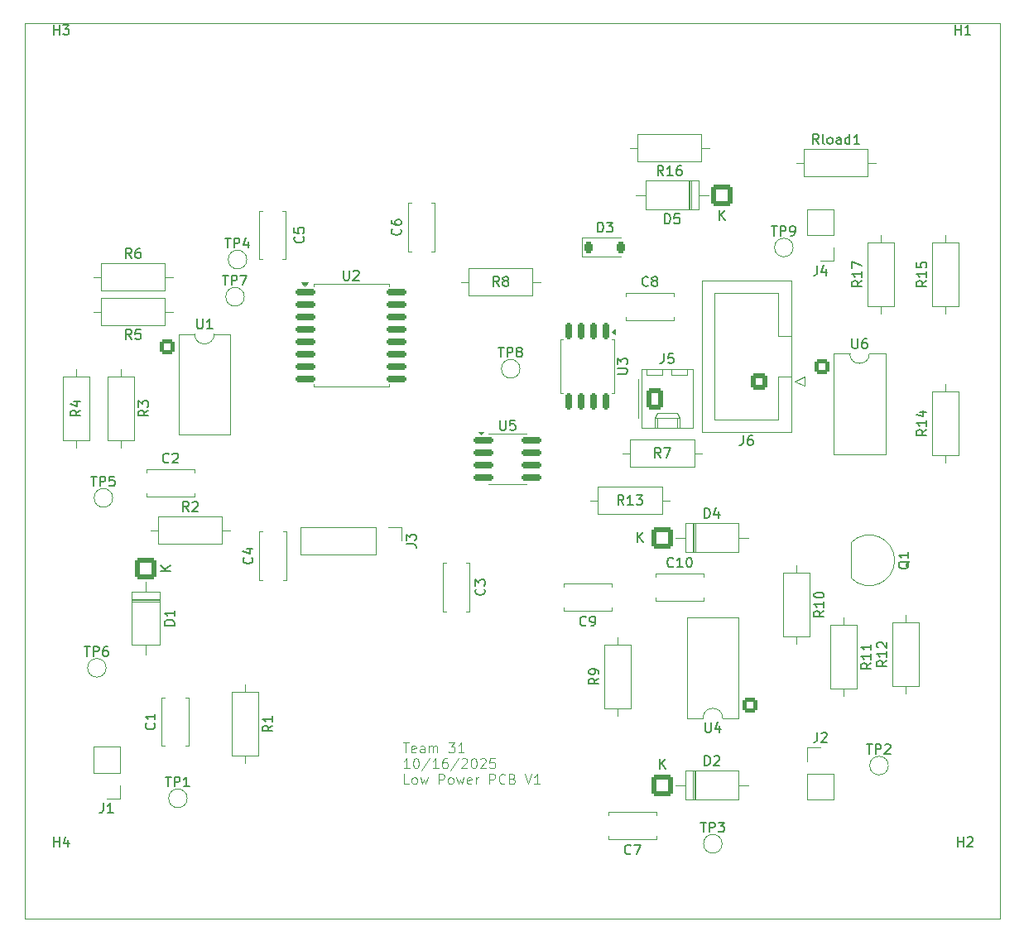
<source format=gto>
G04 #@! TF.GenerationSoftware,KiCad,Pcbnew,9.0.4*
G04 #@! TF.CreationDate,2025-10-16T18:07:27-05:00*
G04 #@! TF.ProjectId,ece_445_low_power,6563655f-3434-4355-9f6c-6f775f706f77,rev?*
G04 #@! TF.SameCoordinates,Original*
G04 #@! TF.FileFunction,Legend,Top*
G04 #@! TF.FilePolarity,Positive*
%FSLAX46Y46*%
G04 Gerber Fmt 4.6, Leading zero omitted, Abs format (unit mm)*
G04 Created by KiCad (PCBNEW 9.0.4) date 2025-10-16 18:07:27*
%MOMM*%
%LPD*%
G01*
G04 APERTURE LIST*
G04 Aperture macros list*
%AMRoundRect*
0 Rectangle with rounded corners*
0 $1 Rounding radius*
0 $2 $3 $4 $5 $6 $7 $8 $9 X,Y pos of 4 corners*
0 Add a 4 corners polygon primitive as box body*
4,1,4,$2,$3,$4,$5,$6,$7,$8,$9,$2,$3,0*
0 Add four circle primitives for the rounded corners*
1,1,$1+$1,$2,$3*
1,1,$1+$1,$4,$5*
1,1,$1+$1,$6,$7*
1,1,$1+$1,$8,$9*
0 Add four rect primitives between the rounded corners*
20,1,$1+$1,$2,$3,$4,$5,0*
20,1,$1+$1,$4,$5,$6,$7,0*
20,1,$1+$1,$6,$7,$8,$9,0*
20,1,$1+$1,$8,$9,$2,$3,0*%
G04 Aperture macros list end*
%ADD10C,0.100000*%
%ADD11C,0.150000*%
%ADD12C,0.120000*%
%ADD13C,1.600000*%
%ADD14C,3.200000*%
%ADD15R,1.700000X1.700000*%
%ADD16C,1.700000*%
%ADD17C,1.500000*%
%ADD18RoundRect,0.250000X-0.550000X-0.550000X0.550000X-0.550000X0.550000X0.550000X-0.550000X0.550000X0*%
%ADD19RoundRect,0.150000X-0.875000X-0.150000X0.875000X-0.150000X0.875000X0.150000X-0.875000X0.150000X0*%
%ADD20RoundRect,0.150000X-0.825000X-0.150000X0.825000X-0.150000X0.825000X0.150000X-0.825000X0.150000X0*%
%ADD21RoundRect,0.162500X-0.162500X0.650000X-0.162500X-0.650000X0.162500X-0.650000X0.162500X0.650000X0*%
%ADD22RoundRect,0.225000X-0.225000X-0.375000X0.225000X-0.375000X0.225000X0.375000X-0.225000X0.375000X0*%
%ADD23R,1.500000X1.050000*%
%ADD24O,1.500000X1.050000*%
%ADD25RoundRect,0.250000X-0.620000X-0.845000X0.620000X-0.845000X0.620000X0.845000X-0.620000X0.845000X0*%
%ADD26O,1.740000X2.190000*%
%ADD27RoundRect,0.249999X0.850001X0.850001X-0.850001X0.850001X-0.850001X-0.850001X0.850001X-0.850001X0*%
%ADD28C,2.200000*%
%ADD29RoundRect,0.249999X-0.850001X-0.850001X0.850001X-0.850001X0.850001X0.850001X-0.850001X0.850001X0*%
%ADD30RoundRect,0.250000X0.550000X0.550000X-0.550000X0.550000X-0.550000X-0.550000X0.550000X-0.550000X0*%
%ADD31RoundRect,0.250000X0.600000X0.600000X-0.600000X0.600000X-0.600000X-0.600000X0.600000X-0.600000X0*%
%ADD32RoundRect,0.249999X-0.850001X0.850001X-0.850001X-0.850001X0.850001X-0.850001X0.850001X0.850001X0*%
G04 #@! TA.AperFunction,Profile*
%ADD33C,0.050000*%
G04 #@! TD*
G04 APERTURE END LIST*
D10*
X152307027Y-111652531D02*
X152878455Y-111652531D01*
X152592741Y-112652531D02*
X152592741Y-111652531D01*
X153592741Y-112604912D02*
X153497503Y-112652531D01*
X153497503Y-112652531D02*
X153307027Y-112652531D01*
X153307027Y-112652531D02*
X153211789Y-112604912D01*
X153211789Y-112604912D02*
X153164170Y-112509673D01*
X153164170Y-112509673D02*
X153164170Y-112128721D01*
X153164170Y-112128721D02*
X153211789Y-112033483D01*
X153211789Y-112033483D02*
X153307027Y-111985864D01*
X153307027Y-111985864D02*
X153497503Y-111985864D01*
X153497503Y-111985864D02*
X153592741Y-112033483D01*
X153592741Y-112033483D02*
X153640360Y-112128721D01*
X153640360Y-112128721D02*
X153640360Y-112223959D01*
X153640360Y-112223959D02*
X153164170Y-112319197D01*
X154497503Y-112652531D02*
X154497503Y-112128721D01*
X154497503Y-112128721D02*
X154449884Y-112033483D01*
X154449884Y-112033483D02*
X154354646Y-111985864D01*
X154354646Y-111985864D02*
X154164170Y-111985864D01*
X154164170Y-111985864D02*
X154068932Y-112033483D01*
X154497503Y-112604912D02*
X154402265Y-112652531D01*
X154402265Y-112652531D02*
X154164170Y-112652531D01*
X154164170Y-112652531D02*
X154068932Y-112604912D01*
X154068932Y-112604912D02*
X154021313Y-112509673D01*
X154021313Y-112509673D02*
X154021313Y-112414435D01*
X154021313Y-112414435D02*
X154068932Y-112319197D01*
X154068932Y-112319197D02*
X154164170Y-112271578D01*
X154164170Y-112271578D02*
X154402265Y-112271578D01*
X154402265Y-112271578D02*
X154497503Y-112223959D01*
X154973694Y-112652531D02*
X154973694Y-111985864D01*
X154973694Y-112081102D02*
X155021313Y-112033483D01*
X155021313Y-112033483D02*
X155116551Y-111985864D01*
X155116551Y-111985864D02*
X155259408Y-111985864D01*
X155259408Y-111985864D02*
X155354646Y-112033483D01*
X155354646Y-112033483D02*
X155402265Y-112128721D01*
X155402265Y-112128721D02*
X155402265Y-112652531D01*
X155402265Y-112128721D02*
X155449884Y-112033483D01*
X155449884Y-112033483D02*
X155545122Y-111985864D01*
X155545122Y-111985864D02*
X155687979Y-111985864D01*
X155687979Y-111985864D02*
X155783218Y-112033483D01*
X155783218Y-112033483D02*
X155830837Y-112128721D01*
X155830837Y-112128721D02*
X155830837Y-112652531D01*
X156973694Y-111652531D02*
X157592741Y-111652531D01*
X157592741Y-111652531D02*
X157259408Y-112033483D01*
X157259408Y-112033483D02*
X157402265Y-112033483D01*
X157402265Y-112033483D02*
X157497503Y-112081102D01*
X157497503Y-112081102D02*
X157545122Y-112128721D01*
X157545122Y-112128721D02*
X157592741Y-112223959D01*
X157592741Y-112223959D02*
X157592741Y-112462054D01*
X157592741Y-112462054D02*
X157545122Y-112557292D01*
X157545122Y-112557292D02*
X157497503Y-112604912D01*
X157497503Y-112604912D02*
X157402265Y-112652531D01*
X157402265Y-112652531D02*
X157116551Y-112652531D01*
X157116551Y-112652531D02*
X157021313Y-112604912D01*
X157021313Y-112604912D02*
X156973694Y-112557292D01*
X158545122Y-112652531D02*
X157973694Y-112652531D01*
X158259408Y-112652531D02*
X158259408Y-111652531D01*
X158259408Y-111652531D02*
X158164170Y-111795388D01*
X158164170Y-111795388D02*
X158068932Y-111890626D01*
X158068932Y-111890626D02*
X157973694Y-111938245D01*
X152973693Y-114262475D02*
X152402265Y-114262475D01*
X152687979Y-114262475D02*
X152687979Y-113262475D01*
X152687979Y-113262475D02*
X152592741Y-113405332D01*
X152592741Y-113405332D02*
X152497503Y-113500570D01*
X152497503Y-113500570D02*
X152402265Y-113548189D01*
X153592741Y-113262475D02*
X153687979Y-113262475D01*
X153687979Y-113262475D02*
X153783217Y-113310094D01*
X153783217Y-113310094D02*
X153830836Y-113357713D01*
X153830836Y-113357713D02*
X153878455Y-113452951D01*
X153878455Y-113452951D02*
X153926074Y-113643427D01*
X153926074Y-113643427D02*
X153926074Y-113881522D01*
X153926074Y-113881522D02*
X153878455Y-114071998D01*
X153878455Y-114071998D02*
X153830836Y-114167236D01*
X153830836Y-114167236D02*
X153783217Y-114214856D01*
X153783217Y-114214856D02*
X153687979Y-114262475D01*
X153687979Y-114262475D02*
X153592741Y-114262475D01*
X153592741Y-114262475D02*
X153497503Y-114214856D01*
X153497503Y-114214856D02*
X153449884Y-114167236D01*
X153449884Y-114167236D02*
X153402265Y-114071998D01*
X153402265Y-114071998D02*
X153354646Y-113881522D01*
X153354646Y-113881522D02*
X153354646Y-113643427D01*
X153354646Y-113643427D02*
X153402265Y-113452951D01*
X153402265Y-113452951D02*
X153449884Y-113357713D01*
X153449884Y-113357713D02*
X153497503Y-113310094D01*
X153497503Y-113310094D02*
X153592741Y-113262475D01*
X155068931Y-113214856D02*
X154211789Y-114500570D01*
X155926074Y-114262475D02*
X155354646Y-114262475D01*
X155640360Y-114262475D02*
X155640360Y-113262475D01*
X155640360Y-113262475D02*
X155545122Y-113405332D01*
X155545122Y-113405332D02*
X155449884Y-113500570D01*
X155449884Y-113500570D02*
X155354646Y-113548189D01*
X156783217Y-113262475D02*
X156592741Y-113262475D01*
X156592741Y-113262475D02*
X156497503Y-113310094D01*
X156497503Y-113310094D02*
X156449884Y-113357713D01*
X156449884Y-113357713D02*
X156354646Y-113500570D01*
X156354646Y-113500570D02*
X156307027Y-113691046D01*
X156307027Y-113691046D02*
X156307027Y-114071998D01*
X156307027Y-114071998D02*
X156354646Y-114167236D01*
X156354646Y-114167236D02*
X156402265Y-114214856D01*
X156402265Y-114214856D02*
X156497503Y-114262475D01*
X156497503Y-114262475D02*
X156687979Y-114262475D01*
X156687979Y-114262475D02*
X156783217Y-114214856D01*
X156783217Y-114214856D02*
X156830836Y-114167236D01*
X156830836Y-114167236D02*
X156878455Y-114071998D01*
X156878455Y-114071998D02*
X156878455Y-113833903D01*
X156878455Y-113833903D02*
X156830836Y-113738665D01*
X156830836Y-113738665D02*
X156783217Y-113691046D01*
X156783217Y-113691046D02*
X156687979Y-113643427D01*
X156687979Y-113643427D02*
X156497503Y-113643427D01*
X156497503Y-113643427D02*
X156402265Y-113691046D01*
X156402265Y-113691046D02*
X156354646Y-113738665D01*
X156354646Y-113738665D02*
X156307027Y-113833903D01*
X158021312Y-113214856D02*
X157164170Y-114500570D01*
X158307027Y-113357713D02*
X158354646Y-113310094D01*
X158354646Y-113310094D02*
X158449884Y-113262475D01*
X158449884Y-113262475D02*
X158687979Y-113262475D01*
X158687979Y-113262475D02*
X158783217Y-113310094D01*
X158783217Y-113310094D02*
X158830836Y-113357713D01*
X158830836Y-113357713D02*
X158878455Y-113452951D01*
X158878455Y-113452951D02*
X158878455Y-113548189D01*
X158878455Y-113548189D02*
X158830836Y-113691046D01*
X158830836Y-113691046D02*
X158259408Y-114262475D01*
X158259408Y-114262475D02*
X158878455Y-114262475D01*
X159497503Y-113262475D02*
X159592741Y-113262475D01*
X159592741Y-113262475D02*
X159687979Y-113310094D01*
X159687979Y-113310094D02*
X159735598Y-113357713D01*
X159735598Y-113357713D02*
X159783217Y-113452951D01*
X159783217Y-113452951D02*
X159830836Y-113643427D01*
X159830836Y-113643427D02*
X159830836Y-113881522D01*
X159830836Y-113881522D02*
X159783217Y-114071998D01*
X159783217Y-114071998D02*
X159735598Y-114167236D01*
X159735598Y-114167236D02*
X159687979Y-114214856D01*
X159687979Y-114214856D02*
X159592741Y-114262475D01*
X159592741Y-114262475D02*
X159497503Y-114262475D01*
X159497503Y-114262475D02*
X159402265Y-114214856D01*
X159402265Y-114214856D02*
X159354646Y-114167236D01*
X159354646Y-114167236D02*
X159307027Y-114071998D01*
X159307027Y-114071998D02*
X159259408Y-113881522D01*
X159259408Y-113881522D02*
X159259408Y-113643427D01*
X159259408Y-113643427D02*
X159307027Y-113452951D01*
X159307027Y-113452951D02*
X159354646Y-113357713D01*
X159354646Y-113357713D02*
X159402265Y-113310094D01*
X159402265Y-113310094D02*
X159497503Y-113262475D01*
X160211789Y-113357713D02*
X160259408Y-113310094D01*
X160259408Y-113310094D02*
X160354646Y-113262475D01*
X160354646Y-113262475D02*
X160592741Y-113262475D01*
X160592741Y-113262475D02*
X160687979Y-113310094D01*
X160687979Y-113310094D02*
X160735598Y-113357713D01*
X160735598Y-113357713D02*
X160783217Y-113452951D01*
X160783217Y-113452951D02*
X160783217Y-113548189D01*
X160783217Y-113548189D02*
X160735598Y-113691046D01*
X160735598Y-113691046D02*
X160164170Y-114262475D01*
X160164170Y-114262475D02*
X160783217Y-114262475D01*
X161687979Y-113262475D02*
X161211789Y-113262475D01*
X161211789Y-113262475D02*
X161164170Y-113738665D01*
X161164170Y-113738665D02*
X161211789Y-113691046D01*
X161211789Y-113691046D02*
X161307027Y-113643427D01*
X161307027Y-113643427D02*
X161545122Y-113643427D01*
X161545122Y-113643427D02*
X161640360Y-113691046D01*
X161640360Y-113691046D02*
X161687979Y-113738665D01*
X161687979Y-113738665D02*
X161735598Y-113833903D01*
X161735598Y-113833903D02*
X161735598Y-114071998D01*
X161735598Y-114071998D02*
X161687979Y-114167236D01*
X161687979Y-114167236D02*
X161640360Y-114214856D01*
X161640360Y-114214856D02*
X161545122Y-114262475D01*
X161545122Y-114262475D02*
X161307027Y-114262475D01*
X161307027Y-114262475D02*
X161211789Y-114214856D01*
X161211789Y-114214856D02*
X161164170Y-114167236D01*
X152926074Y-115872419D02*
X152449884Y-115872419D01*
X152449884Y-115872419D02*
X152449884Y-114872419D01*
X153402265Y-115872419D02*
X153307027Y-115824800D01*
X153307027Y-115824800D02*
X153259408Y-115777180D01*
X153259408Y-115777180D02*
X153211789Y-115681942D01*
X153211789Y-115681942D02*
X153211789Y-115396228D01*
X153211789Y-115396228D02*
X153259408Y-115300990D01*
X153259408Y-115300990D02*
X153307027Y-115253371D01*
X153307027Y-115253371D02*
X153402265Y-115205752D01*
X153402265Y-115205752D02*
X153545122Y-115205752D01*
X153545122Y-115205752D02*
X153640360Y-115253371D01*
X153640360Y-115253371D02*
X153687979Y-115300990D01*
X153687979Y-115300990D02*
X153735598Y-115396228D01*
X153735598Y-115396228D02*
X153735598Y-115681942D01*
X153735598Y-115681942D02*
X153687979Y-115777180D01*
X153687979Y-115777180D02*
X153640360Y-115824800D01*
X153640360Y-115824800D02*
X153545122Y-115872419D01*
X153545122Y-115872419D02*
X153402265Y-115872419D01*
X154068932Y-115205752D02*
X154259408Y-115872419D01*
X154259408Y-115872419D02*
X154449884Y-115396228D01*
X154449884Y-115396228D02*
X154640360Y-115872419D01*
X154640360Y-115872419D02*
X154830836Y-115205752D01*
X155973694Y-115872419D02*
X155973694Y-114872419D01*
X155973694Y-114872419D02*
X156354646Y-114872419D01*
X156354646Y-114872419D02*
X156449884Y-114920038D01*
X156449884Y-114920038D02*
X156497503Y-114967657D01*
X156497503Y-114967657D02*
X156545122Y-115062895D01*
X156545122Y-115062895D02*
X156545122Y-115205752D01*
X156545122Y-115205752D02*
X156497503Y-115300990D01*
X156497503Y-115300990D02*
X156449884Y-115348609D01*
X156449884Y-115348609D02*
X156354646Y-115396228D01*
X156354646Y-115396228D02*
X155973694Y-115396228D01*
X157116551Y-115872419D02*
X157021313Y-115824800D01*
X157021313Y-115824800D02*
X156973694Y-115777180D01*
X156973694Y-115777180D02*
X156926075Y-115681942D01*
X156926075Y-115681942D02*
X156926075Y-115396228D01*
X156926075Y-115396228D02*
X156973694Y-115300990D01*
X156973694Y-115300990D02*
X157021313Y-115253371D01*
X157021313Y-115253371D02*
X157116551Y-115205752D01*
X157116551Y-115205752D02*
X157259408Y-115205752D01*
X157259408Y-115205752D02*
X157354646Y-115253371D01*
X157354646Y-115253371D02*
X157402265Y-115300990D01*
X157402265Y-115300990D02*
X157449884Y-115396228D01*
X157449884Y-115396228D02*
X157449884Y-115681942D01*
X157449884Y-115681942D02*
X157402265Y-115777180D01*
X157402265Y-115777180D02*
X157354646Y-115824800D01*
X157354646Y-115824800D02*
X157259408Y-115872419D01*
X157259408Y-115872419D02*
X157116551Y-115872419D01*
X157783218Y-115205752D02*
X157973694Y-115872419D01*
X157973694Y-115872419D02*
X158164170Y-115396228D01*
X158164170Y-115396228D02*
X158354646Y-115872419D01*
X158354646Y-115872419D02*
X158545122Y-115205752D01*
X159307027Y-115824800D02*
X159211789Y-115872419D01*
X159211789Y-115872419D02*
X159021313Y-115872419D01*
X159021313Y-115872419D02*
X158926075Y-115824800D01*
X158926075Y-115824800D02*
X158878456Y-115729561D01*
X158878456Y-115729561D02*
X158878456Y-115348609D01*
X158878456Y-115348609D02*
X158926075Y-115253371D01*
X158926075Y-115253371D02*
X159021313Y-115205752D01*
X159021313Y-115205752D02*
X159211789Y-115205752D01*
X159211789Y-115205752D02*
X159307027Y-115253371D01*
X159307027Y-115253371D02*
X159354646Y-115348609D01*
X159354646Y-115348609D02*
X159354646Y-115443847D01*
X159354646Y-115443847D02*
X158878456Y-115539085D01*
X159783218Y-115872419D02*
X159783218Y-115205752D01*
X159783218Y-115396228D02*
X159830837Y-115300990D01*
X159830837Y-115300990D02*
X159878456Y-115253371D01*
X159878456Y-115253371D02*
X159973694Y-115205752D01*
X159973694Y-115205752D02*
X160068932Y-115205752D01*
X161164171Y-115872419D02*
X161164171Y-114872419D01*
X161164171Y-114872419D02*
X161545123Y-114872419D01*
X161545123Y-114872419D02*
X161640361Y-114920038D01*
X161640361Y-114920038D02*
X161687980Y-114967657D01*
X161687980Y-114967657D02*
X161735599Y-115062895D01*
X161735599Y-115062895D02*
X161735599Y-115205752D01*
X161735599Y-115205752D02*
X161687980Y-115300990D01*
X161687980Y-115300990D02*
X161640361Y-115348609D01*
X161640361Y-115348609D02*
X161545123Y-115396228D01*
X161545123Y-115396228D02*
X161164171Y-115396228D01*
X162735599Y-115777180D02*
X162687980Y-115824800D01*
X162687980Y-115824800D02*
X162545123Y-115872419D01*
X162545123Y-115872419D02*
X162449885Y-115872419D01*
X162449885Y-115872419D02*
X162307028Y-115824800D01*
X162307028Y-115824800D02*
X162211790Y-115729561D01*
X162211790Y-115729561D02*
X162164171Y-115634323D01*
X162164171Y-115634323D02*
X162116552Y-115443847D01*
X162116552Y-115443847D02*
X162116552Y-115300990D01*
X162116552Y-115300990D02*
X162164171Y-115110514D01*
X162164171Y-115110514D02*
X162211790Y-115015276D01*
X162211790Y-115015276D02*
X162307028Y-114920038D01*
X162307028Y-114920038D02*
X162449885Y-114872419D01*
X162449885Y-114872419D02*
X162545123Y-114872419D01*
X162545123Y-114872419D02*
X162687980Y-114920038D01*
X162687980Y-114920038D02*
X162735599Y-114967657D01*
X163497504Y-115348609D02*
X163640361Y-115396228D01*
X163640361Y-115396228D02*
X163687980Y-115443847D01*
X163687980Y-115443847D02*
X163735599Y-115539085D01*
X163735599Y-115539085D02*
X163735599Y-115681942D01*
X163735599Y-115681942D02*
X163687980Y-115777180D01*
X163687980Y-115777180D02*
X163640361Y-115824800D01*
X163640361Y-115824800D02*
X163545123Y-115872419D01*
X163545123Y-115872419D02*
X163164171Y-115872419D01*
X163164171Y-115872419D02*
X163164171Y-114872419D01*
X163164171Y-114872419D02*
X163497504Y-114872419D01*
X163497504Y-114872419D02*
X163592742Y-114920038D01*
X163592742Y-114920038D02*
X163640361Y-114967657D01*
X163640361Y-114967657D02*
X163687980Y-115062895D01*
X163687980Y-115062895D02*
X163687980Y-115158133D01*
X163687980Y-115158133D02*
X163640361Y-115253371D01*
X163640361Y-115253371D02*
X163592742Y-115300990D01*
X163592742Y-115300990D02*
X163497504Y-115348609D01*
X163497504Y-115348609D02*
X163164171Y-115348609D01*
X164783219Y-114872419D02*
X165116552Y-115872419D01*
X165116552Y-115872419D02*
X165449885Y-114872419D01*
X166307028Y-115872419D02*
X165735600Y-115872419D01*
X166021314Y-115872419D02*
X166021314Y-114872419D01*
X166021314Y-114872419D02*
X165926076Y-115015276D01*
X165926076Y-115015276D02*
X165830838Y-115110514D01*
X165830838Y-115110514D02*
X165735600Y-115158133D01*
D11*
X160593580Y-95924666D02*
X160641200Y-95972285D01*
X160641200Y-95972285D02*
X160688819Y-96115142D01*
X160688819Y-96115142D02*
X160688819Y-96210380D01*
X160688819Y-96210380D02*
X160641200Y-96353237D01*
X160641200Y-96353237D02*
X160545961Y-96448475D01*
X160545961Y-96448475D02*
X160450723Y-96496094D01*
X160450723Y-96496094D02*
X160260247Y-96543713D01*
X160260247Y-96543713D02*
X160117390Y-96543713D01*
X160117390Y-96543713D02*
X159926914Y-96496094D01*
X159926914Y-96496094D02*
X159831676Y-96448475D01*
X159831676Y-96448475D02*
X159736438Y-96353237D01*
X159736438Y-96353237D02*
X159688819Y-96210380D01*
X159688819Y-96210380D02*
X159688819Y-96115142D01*
X159688819Y-96115142D02*
X159736438Y-95972285D01*
X159736438Y-95972285D02*
X159784057Y-95924666D01*
X159688819Y-95591332D02*
X159688819Y-94972285D01*
X159688819Y-94972285D02*
X160069771Y-95305618D01*
X160069771Y-95305618D02*
X160069771Y-95162761D01*
X160069771Y-95162761D02*
X160117390Y-95067523D01*
X160117390Y-95067523D02*
X160165009Y-95019904D01*
X160165009Y-95019904D02*
X160260247Y-94972285D01*
X160260247Y-94972285D02*
X160498342Y-94972285D01*
X160498342Y-94972285D02*
X160593580Y-95019904D01*
X160593580Y-95019904D02*
X160641200Y-95067523D01*
X160641200Y-95067523D02*
X160688819Y-95162761D01*
X160688819Y-95162761D02*
X160688819Y-95448475D01*
X160688819Y-95448475D02*
X160641200Y-95543713D01*
X160641200Y-95543713D02*
X160593580Y-95591332D01*
X194810285Y-50408819D02*
X194476952Y-49932628D01*
X194238857Y-50408819D02*
X194238857Y-49408819D01*
X194238857Y-49408819D02*
X194619809Y-49408819D01*
X194619809Y-49408819D02*
X194715047Y-49456438D01*
X194715047Y-49456438D02*
X194762666Y-49504057D01*
X194762666Y-49504057D02*
X194810285Y-49599295D01*
X194810285Y-49599295D02*
X194810285Y-49742152D01*
X194810285Y-49742152D02*
X194762666Y-49837390D01*
X194762666Y-49837390D02*
X194715047Y-49885009D01*
X194715047Y-49885009D02*
X194619809Y-49932628D01*
X194619809Y-49932628D02*
X194238857Y-49932628D01*
X195381714Y-50408819D02*
X195286476Y-50361200D01*
X195286476Y-50361200D02*
X195238857Y-50265961D01*
X195238857Y-50265961D02*
X195238857Y-49408819D01*
X195905524Y-50408819D02*
X195810286Y-50361200D01*
X195810286Y-50361200D02*
X195762667Y-50313580D01*
X195762667Y-50313580D02*
X195715048Y-50218342D01*
X195715048Y-50218342D02*
X195715048Y-49932628D01*
X195715048Y-49932628D02*
X195762667Y-49837390D01*
X195762667Y-49837390D02*
X195810286Y-49789771D01*
X195810286Y-49789771D02*
X195905524Y-49742152D01*
X195905524Y-49742152D02*
X196048381Y-49742152D01*
X196048381Y-49742152D02*
X196143619Y-49789771D01*
X196143619Y-49789771D02*
X196191238Y-49837390D01*
X196191238Y-49837390D02*
X196238857Y-49932628D01*
X196238857Y-49932628D02*
X196238857Y-50218342D01*
X196238857Y-50218342D02*
X196191238Y-50313580D01*
X196191238Y-50313580D02*
X196143619Y-50361200D01*
X196143619Y-50361200D02*
X196048381Y-50408819D01*
X196048381Y-50408819D02*
X195905524Y-50408819D01*
X197096000Y-50408819D02*
X197096000Y-49885009D01*
X197096000Y-49885009D02*
X197048381Y-49789771D01*
X197048381Y-49789771D02*
X196953143Y-49742152D01*
X196953143Y-49742152D02*
X196762667Y-49742152D01*
X196762667Y-49742152D02*
X196667429Y-49789771D01*
X197096000Y-50361200D02*
X197000762Y-50408819D01*
X197000762Y-50408819D02*
X196762667Y-50408819D01*
X196762667Y-50408819D02*
X196667429Y-50361200D01*
X196667429Y-50361200D02*
X196619810Y-50265961D01*
X196619810Y-50265961D02*
X196619810Y-50170723D01*
X196619810Y-50170723D02*
X196667429Y-50075485D01*
X196667429Y-50075485D02*
X196762667Y-50027866D01*
X196762667Y-50027866D02*
X197000762Y-50027866D01*
X197000762Y-50027866D02*
X197096000Y-49980247D01*
X198000762Y-50408819D02*
X198000762Y-49408819D01*
X198000762Y-50361200D02*
X197905524Y-50408819D01*
X197905524Y-50408819D02*
X197715048Y-50408819D01*
X197715048Y-50408819D02*
X197619810Y-50361200D01*
X197619810Y-50361200D02*
X197572191Y-50313580D01*
X197572191Y-50313580D02*
X197524572Y-50218342D01*
X197524572Y-50218342D02*
X197524572Y-49932628D01*
X197524572Y-49932628D02*
X197572191Y-49837390D01*
X197572191Y-49837390D02*
X197619810Y-49789771D01*
X197619810Y-49789771D02*
X197715048Y-49742152D01*
X197715048Y-49742152D02*
X197905524Y-49742152D01*
X197905524Y-49742152D02*
X198000762Y-49789771D01*
X199000762Y-50408819D02*
X198429334Y-50408819D01*
X198715048Y-50408819D02*
X198715048Y-49408819D01*
X198715048Y-49408819D02*
X198619810Y-49551676D01*
X198619810Y-49551676D02*
X198524572Y-49646914D01*
X198524572Y-49646914D02*
X198429334Y-49694533D01*
X199252819Y-64396857D02*
X198776628Y-64730190D01*
X199252819Y-64968285D02*
X198252819Y-64968285D01*
X198252819Y-64968285D02*
X198252819Y-64587333D01*
X198252819Y-64587333D02*
X198300438Y-64492095D01*
X198300438Y-64492095D02*
X198348057Y-64444476D01*
X198348057Y-64444476D02*
X198443295Y-64396857D01*
X198443295Y-64396857D02*
X198586152Y-64396857D01*
X198586152Y-64396857D02*
X198681390Y-64444476D01*
X198681390Y-64444476D02*
X198729009Y-64492095D01*
X198729009Y-64492095D02*
X198776628Y-64587333D01*
X198776628Y-64587333D02*
X198776628Y-64968285D01*
X199252819Y-63444476D02*
X199252819Y-64015904D01*
X199252819Y-63730190D02*
X198252819Y-63730190D01*
X198252819Y-63730190D02*
X198395676Y-63825428D01*
X198395676Y-63825428D02*
X198490914Y-63920666D01*
X198490914Y-63920666D02*
X198538533Y-64015904D01*
X198252819Y-63111142D02*
X198252819Y-62444476D01*
X198252819Y-62444476D02*
X199252819Y-62873047D01*
X178935142Y-53624819D02*
X178601809Y-53148628D01*
X178363714Y-53624819D02*
X178363714Y-52624819D01*
X178363714Y-52624819D02*
X178744666Y-52624819D01*
X178744666Y-52624819D02*
X178839904Y-52672438D01*
X178839904Y-52672438D02*
X178887523Y-52720057D01*
X178887523Y-52720057D02*
X178935142Y-52815295D01*
X178935142Y-52815295D02*
X178935142Y-52958152D01*
X178935142Y-52958152D02*
X178887523Y-53053390D01*
X178887523Y-53053390D02*
X178839904Y-53101009D01*
X178839904Y-53101009D02*
X178744666Y-53148628D01*
X178744666Y-53148628D02*
X178363714Y-53148628D01*
X179887523Y-53624819D02*
X179316095Y-53624819D01*
X179601809Y-53624819D02*
X179601809Y-52624819D01*
X179601809Y-52624819D02*
X179506571Y-52767676D01*
X179506571Y-52767676D02*
X179411333Y-52862914D01*
X179411333Y-52862914D02*
X179316095Y-52910533D01*
X180744666Y-52624819D02*
X180554190Y-52624819D01*
X180554190Y-52624819D02*
X180458952Y-52672438D01*
X180458952Y-52672438D02*
X180411333Y-52720057D01*
X180411333Y-52720057D02*
X180316095Y-52862914D01*
X180316095Y-52862914D02*
X180268476Y-53053390D01*
X180268476Y-53053390D02*
X180268476Y-53434342D01*
X180268476Y-53434342D02*
X180316095Y-53529580D01*
X180316095Y-53529580D02*
X180363714Y-53577200D01*
X180363714Y-53577200D02*
X180458952Y-53624819D01*
X180458952Y-53624819D02*
X180649428Y-53624819D01*
X180649428Y-53624819D02*
X180744666Y-53577200D01*
X180744666Y-53577200D02*
X180792285Y-53529580D01*
X180792285Y-53529580D02*
X180839904Y-53434342D01*
X180839904Y-53434342D02*
X180839904Y-53196247D01*
X180839904Y-53196247D02*
X180792285Y-53101009D01*
X180792285Y-53101009D02*
X180744666Y-53053390D01*
X180744666Y-53053390D02*
X180649428Y-53005771D01*
X180649428Y-53005771D02*
X180458952Y-53005771D01*
X180458952Y-53005771D02*
X180363714Y-53053390D01*
X180363714Y-53053390D02*
X180316095Y-53101009D01*
X180316095Y-53101009D02*
X180268476Y-53196247D01*
X205856819Y-64396857D02*
X205380628Y-64730190D01*
X205856819Y-64968285D02*
X204856819Y-64968285D01*
X204856819Y-64968285D02*
X204856819Y-64587333D01*
X204856819Y-64587333D02*
X204904438Y-64492095D01*
X204904438Y-64492095D02*
X204952057Y-64444476D01*
X204952057Y-64444476D02*
X205047295Y-64396857D01*
X205047295Y-64396857D02*
X205190152Y-64396857D01*
X205190152Y-64396857D02*
X205285390Y-64444476D01*
X205285390Y-64444476D02*
X205333009Y-64492095D01*
X205333009Y-64492095D02*
X205380628Y-64587333D01*
X205380628Y-64587333D02*
X205380628Y-64968285D01*
X205856819Y-63444476D02*
X205856819Y-64015904D01*
X205856819Y-63730190D02*
X204856819Y-63730190D01*
X204856819Y-63730190D02*
X204999676Y-63825428D01*
X204999676Y-63825428D02*
X205094914Y-63920666D01*
X205094914Y-63920666D02*
X205142533Y-64015904D01*
X204856819Y-62539714D02*
X204856819Y-63015904D01*
X204856819Y-63015904D02*
X205333009Y-63063523D01*
X205333009Y-63063523D02*
X205285390Y-63015904D01*
X205285390Y-63015904D02*
X205237771Y-62920666D01*
X205237771Y-62920666D02*
X205237771Y-62682571D01*
X205237771Y-62682571D02*
X205285390Y-62587333D01*
X205285390Y-62587333D02*
X205333009Y-62539714D01*
X205333009Y-62539714D02*
X205428247Y-62492095D01*
X205428247Y-62492095D02*
X205666342Y-62492095D01*
X205666342Y-62492095D02*
X205761580Y-62539714D01*
X205761580Y-62539714D02*
X205809200Y-62587333D01*
X205809200Y-62587333D02*
X205856819Y-62682571D01*
X205856819Y-62682571D02*
X205856819Y-62920666D01*
X205856819Y-62920666D02*
X205809200Y-63015904D01*
X205809200Y-63015904D02*
X205761580Y-63063523D01*
X205856819Y-79636857D02*
X205380628Y-79970190D01*
X205856819Y-80208285D02*
X204856819Y-80208285D01*
X204856819Y-80208285D02*
X204856819Y-79827333D01*
X204856819Y-79827333D02*
X204904438Y-79732095D01*
X204904438Y-79732095D02*
X204952057Y-79684476D01*
X204952057Y-79684476D02*
X205047295Y-79636857D01*
X205047295Y-79636857D02*
X205190152Y-79636857D01*
X205190152Y-79636857D02*
X205285390Y-79684476D01*
X205285390Y-79684476D02*
X205333009Y-79732095D01*
X205333009Y-79732095D02*
X205380628Y-79827333D01*
X205380628Y-79827333D02*
X205380628Y-80208285D01*
X205856819Y-78684476D02*
X205856819Y-79255904D01*
X205856819Y-78970190D02*
X204856819Y-78970190D01*
X204856819Y-78970190D02*
X204999676Y-79065428D01*
X204999676Y-79065428D02*
X205094914Y-79160666D01*
X205094914Y-79160666D02*
X205142533Y-79255904D01*
X205190152Y-77827333D02*
X205856819Y-77827333D01*
X204809200Y-78065428D02*
X205523485Y-78303523D01*
X205523485Y-78303523D02*
X205523485Y-77684476D01*
X201792819Y-103258857D02*
X201316628Y-103592190D01*
X201792819Y-103830285D02*
X200792819Y-103830285D01*
X200792819Y-103830285D02*
X200792819Y-103449333D01*
X200792819Y-103449333D02*
X200840438Y-103354095D01*
X200840438Y-103354095D02*
X200888057Y-103306476D01*
X200888057Y-103306476D02*
X200983295Y-103258857D01*
X200983295Y-103258857D02*
X201126152Y-103258857D01*
X201126152Y-103258857D02*
X201221390Y-103306476D01*
X201221390Y-103306476D02*
X201269009Y-103354095D01*
X201269009Y-103354095D02*
X201316628Y-103449333D01*
X201316628Y-103449333D02*
X201316628Y-103830285D01*
X201792819Y-102306476D02*
X201792819Y-102877904D01*
X201792819Y-102592190D02*
X200792819Y-102592190D01*
X200792819Y-102592190D02*
X200935676Y-102687428D01*
X200935676Y-102687428D02*
X201030914Y-102782666D01*
X201030914Y-102782666D02*
X201078533Y-102877904D01*
X200888057Y-101925523D02*
X200840438Y-101877904D01*
X200840438Y-101877904D02*
X200792819Y-101782666D01*
X200792819Y-101782666D02*
X200792819Y-101544571D01*
X200792819Y-101544571D02*
X200840438Y-101449333D01*
X200840438Y-101449333D02*
X200888057Y-101401714D01*
X200888057Y-101401714D02*
X200983295Y-101354095D01*
X200983295Y-101354095D02*
X201078533Y-101354095D01*
X201078533Y-101354095D02*
X201221390Y-101401714D01*
X201221390Y-101401714D02*
X201792819Y-101973142D01*
X201792819Y-101973142D02*
X201792819Y-101354095D01*
X200182819Y-103512857D02*
X199706628Y-103846190D01*
X200182819Y-104084285D02*
X199182819Y-104084285D01*
X199182819Y-104084285D02*
X199182819Y-103703333D01*
X199182819Y-103703333D02*
X199230438Y-103608095D01*
X199230438Y-103608095D02*
X199278057Y-103560476D01*
X199278057Y-103560476D02*
X199373295Y-103512857D01*
X199373295Y-103512857D02*
X199516152Y-103512857D01*
X199516152Y-103512857D02*
X199611390Y-103560476D01*
X199611390Y-103560476D02*
X199659009Y-103608095D01*
X199659009Y-103608095D02*
X199706628Y-103703333D01*
X199706628Y-103703333D02*
X199706628Y-104084285D01*
X200182819Y-102560476D02*
X200182819Y-103131904D01*
X200182819Y-102846190D02*
X199182819Y-102846190D01*
X199182819Y-102846190D02*
X199325676Y-102941428D01*
X199325676Y-102941428D02*
X199420914Y-103036666D01*
X199420914Y-103036666D02*
X199468533Y-103131904D01*
X200182819Y-101608095D02*
X200182819Y-102179523D01*
X200182819Y-101893809D02*
X199182819Y-101893809D01*
X199182819Y-101893809D02*
X199325676Y-101989047D01*
X199325676Y-101989047D02*
X199420914Y-102084285D01*
X199420914Y-102084285D02*
X199468533Y-102179523D01*
X195356819Y-98178857D02*
X194880628Y-98512190D01*
X195356819Y-98750285D02*
X194356819Y-98750285D01*
X194356819Y-98750285D02*
X194356819Y-98369333D01*
X194356819Y-98369333D02*
X194404438Y-98274095D01*
X194404438Y-98274095D02*
X194452057Y-98226476D01*
X194452057Y-98226476D02*
X194547295Y-98178857D01*
X194547295Y-98178857D02*
X194690152Y-98178857D01*
X194690152Y-98178857D02*
X194785390Y-98226476D01*
X194785390Y-98226476D02*
X194833009Y-98274095D01*
X194833009Y-98274095D02*
X194880628Y-98369333D01*
X194880628Y-98369333D02*
X194880628Y-98750285D01*
X195356819Y-97226476D02*
X195356819Y-97797904D01*
X195356819Y-97512190D02*
X194356819Y-97512190D01*
X194356819Y-97512190D02*
X194499676Y-97607428D01*
X194499676Y-97607428D02*
X194594914Y-97702666D01*
X194594914Y-97702666D02*
X194642533Y-97797904D01*
X194356819Y-96607428D02*
X194356819Y-96512190D01*
X194356819Y-96512190D02*
X194404438Y-96416952D01*
X194404438Y-96416952D02*
X194452057Y-96369333D01*
X194452057Y-96369333D02*
X194547295Y-96321714D01*
X194547295Y-96321714D02*
X194737771Y-96274095D01*
X194737771Y-96274095D02*
X194975866Y-96274095D01*
X194975866Y-96274095D02*
X195166342Y-96321714D01*
X195166342Y-96321714D02*
X195261580Y-96369333D01*
X195261580Y-96369333D02*
X195309200Y-96416952D01*
X195309200Y-96416952D02*
X195356819Y-96512190D01*
X195356819Y-96512190D02*
X195356819Y-96607428D01*
X195356819Y-96607428D02*
X195309200Y-96702666D01*
X195309200Y-96702666D02*
X195261580Y-96750285D01*
X195261580Y-96750285D02*
X195166342Y-96797904D01*
X195166342Y-96797904D02*
X194975866Y-96845523D01*
X194975866Y-96845523D02*
X194737771Y-96845523D01*
X194737771Y-96845523D02*
X194547295Y-96797904D01*
X194547295Y-96797904D02*
X194452057Y-96750285D01*
X194452057Y-96750285D02*
X194404438Y-96702666D01*
X194404438Y-96702666D02*
X194356819Y-96607428D01*
X162139333Y-64970819D02*
X161806000Y-64494628D01*
X161567905Y-64970819D02*
X161567905Y-63970819D01*
X161567905Y-63970819D02*
X161948857Y-63970819D01*
X161948857Y-63970819D02*
X162044095Y-64018438D01*
X162044095Y-64018438D02*
X162091714Y-64066057D01*
X162091714Y-64066057D02*
X162139333Y-64161295D01*
X162139333Y-64161295D02*
X162139333Y-64304152D01*
X162139333Y-64304152D02*
X162091714Y-64399390D01*
X162091714Y-64399390D02*
X162044095Y-64447009D01*
X162044095Y-64447009D02*
X161948857Y-64494628D01*
X161948857Y-64494628D02*
X161567905Y-64494628D01*
X162710762Y-64399390D02*
X162615524Y-64351771D01*
X162615524Y-64351771D02*
X162567905Y-64304152D01*
X162567905Y-64304152D02*
X162520286Y-64208914D01*
X162520286Y-64208914D02*
X162520286Y-64161295D01*
X162520286Y-64161295D02*
X162567905Y-64066057D01*
X162567905Y-64066057D02*
X162615524Y-64018438D01*
X162615524Y-64018438D02*
X162710762Y-63970819D01*
X162710762Y-63970819D02*
X162901238Y-63970819D01*
X162901238Y-63970819D02*
X162996476Y-64018438D01*
X162996476Y-64018438D02*
X163044095Y-64066057D01*
X163044095Y-64066057D02*
X163091714Y-64161295D01*
X163091714Y-64161295D02*
X163091714Y-64208914D01*
X163091714Y-64208914D02*
X163044095Y-64304152D01*
X163044095Y-64304152D02*
X162996476Y-64351771D01*
X162996476Y-64351771D02*
X162901238Y-64399390D01*
X162901238Y-64399390D02*
X162710762Y-64399390D01*
X162710762Y-64399390D02*
X162615524Y-64447009D01*
X162615524Y-64447009D02*
X162567905Y-64494628D01*
X162567905Y-64494628D02*
X162520286Y-64589866D01*
X162520286Y-64589866D02*
X162520286Y-64780342D01*
X162520286Y-64780342D02*
X162567905Y-64875580D01*
X162567905Y-64875580D02*
X162615524Y-64923200D01*
X162615524Y-64923200D02*
X162710762Y-64970819D01*
X162710762Y-64970819D02*
X162901238Y-64970819D01*
X162901238Y-64970819D02*
X162996476Y-64923200D01*
X162996476Y-64923200D02*
X163044095Y-64875580D01*
X163044095Y-64875580D02*
X163091714Y-64780342D01*
X163091714Y-64780342D02*
X163091714Y-64589866D01*
X163091714Y-64589866D02*
X163044095Y-64494628D01*
X163044095Y-64494628D02*
X162996476Y-64447009D01*
X162996476Y-64447009D02*
X162901238Y-64399390D01*
X178665333Y-82496819D02*
X178332000Y-82020628D01*
X178093905Y-82496819D02*
X178093905Y-81496819D01*
X178093905Y-81496819D02*
X178474857Y-81496819D01*
X178474857Y-81496819D02*
X178570095Y-81544438D01*
X178570095Y-81544438D02*
X178617714Y-81592057D01*
X178617714Y-81592057D02*
X178665333Y-81687295D01*
X178665333Y-81687295D02*
X178665333Y-81830152D01*
X178665333Y-81830152D02*
X178617714Y-81925390D01*
X178617714Y-81925390D02*
X178570095Y-81973009D01*
X178570095Y-81973009D02*
X178474857Y-82020628D01*
X178474857Y-82020628D02*
X178093905Y-82020628D01*
X178998667Y-81496819D02*
X179665333Y-81496819D01*
X179665333Y-81496819D02*
X179236762Y-82496819D01*
X124547333Y-62092819D02*
X124214000Y-61616628D01*
X123975905Y-62092819D02*
X123975905Y-61092819D01*
X123975905Y-61092819D02*
X124356857Y-61092819D01*
X124356857Y-61092819D02*
X124452095Y-61140438D01*
X124452095Y-61140438D02*
X124499714Y-61188057D01*
X124499714Y-61188057D02*
X124547333Y-61283295D01*
X124547333Y-61283295D02*
X124547333Y-61426152D01*
X124547333Y-61426152D02*
X124499714Y-61521390D01*
X124499714Y-61521390D02*
X124452095Y-61569009D01*
X124452095Y-61569009D02*
X124356857Y-61616628D01*
X124356857Y-61616628D02*
X123975905Y-61616628D01*
X125404476Y-61092819D02*
X125214000Y-61092819D01*
X125214000Y-61092819D02*
X125118762Y-61140438D01*
X125118762Y-61140438D02*
X125071143Y-61188057D01*
X125071143Y-61188057D02*
X124975905Y-61330914D01*
X124975905Y-61330914D02*
X124928286Y-61521390D01*
X124928286Y-61521390D02*
X124928286Y-61902342D01*
X124928286Y-61902342D02*
X124975905Y-61997580D01*
X124975905Y-61997580D02*
X125023524Y-62045200D01*
X125023524Y-62045200D02*
X125118762Y-62092819D01*
X125118762Y-62092819D02*
X125309238Y-62092819D01*
X125309238Y-62092819D02*
X125404476Y-62045200D01*
X125404476Y-62045200D02*
X125452095Y-61997580D01*
X125452095Y-61997580D02*
X125499714Y-61902342D01*
X125499714Y-61902342D02*
X125499714Y-61664247D01*
X125499714Y-61664247D02*
X125452095Y-61569009D01*
X125452095Y-61569009D02*
X125404476Y-61521390D01*
X125404476Y-61521390D02*
X125309238Y-61473771D01*
X125309238Y-61473771D02*
X125118762Y-61473771D01*
X125118762Y-61473771D02*
X125023524Y-61521390D01*
X125023524Y-61521390D02*
X124975905Y-61569009D01*
X124975905Y-61569009D02*
X124928286Y-61664247D01*
X124547333Y-70388819D02*
X124214000Y-69912628D01*
X123975905Y-70388819D02*
X123975905Y-69388819D01*
X123975905Y-69388819D02*
X124356857Y-69388819D01*
X124356857Y-69388819D02*
X124452095Y-69436438D01*
X124452095Y-69436438D02*
X124499714Y-69484057D01*
X124499714Y-69484057D02*
X124547333Y-69579295D01*
X124547333Y-69579295D02*
X124547333Y-69722152D01*
X124547333Y-69722152D02*
X124499714Y-69817390D01*
X124499714Y-69817390D02*
X124452095Y-69865009D01*
X124452095Y-69865009D02*
X124356857Y-69912628D01*
X124356857Y-69912628D02*
X123975905Y-69912628D01*
X125452095Y-69388819D02*
X124975905Y-69388819D01*
X124975905Y-69388819D02*
X124928286Y-69865009D01*
X124928286Y-69865009D02*
X124975905Y-69817390D01*
X124975905Y-69817390D02*
X125071143Y-69769771D01*
X125071143Y-69769771D02*
X125309238Y-69769771D01*
X125309238Y-69769771D02*
X125404476Y-69817390D01*
X125404476Y-69817390D02*
X125452095Y-69865009D01*
X125452095Y-69865009D02*
X125499714Y-69960247D01*
X125499714Y-69960247D02*
X125499714Y-70198342D01*
X125499714Y-70198342D02*
X125452095Y-70293580D01*
X125452095Y-70293580D02*
X125404476Y-70341200D01*
X125404476Y-70341200D02*
X125309238Y-70388819D01*
X125309238Y-70388819D02*
X125071143Y-70388819D01*
X125071143Y-70388819D02*
X124975905Y-70341200D01*
X124975905Y-70341200D02*
X124928286Y-70293580D01*
X119326819Y-77636666D02*
X118850628Y-77969999D01*
X119326819Y-78208094D02*
X118326819Y-78208094D01*
X118326819Y-78208094D02*
X118326819Y-77827142D01*
X118326819Y-77827142D02*
X118374438Y-77731904D01*
X118374438Y-77731904D02*
X118422057Y-77684285D01*
X118422057Y-77684285D02*
X118517295Y-77636666D01*
X118517295Y-77636666D02*
X118660152Y-77636666D01*
X118660152Y-77636666D02*
X118755390Y-77684285D01*
X118755390Y-77684285D02*
X118803009Y-77731904D01*
X118803009Y-77731904D02*
X118850628Y-77827142D01*
X118850628Y-77827142D02*
X118850628Y-78208094D01*
X118660152Y-76779523D02*
X119326819Y-76779523D01*
X118279200Y-77017618D02*
X118993485Y-77255713D01*
X118993485Y-77255713D02*
X118993485Y-76636666D01*
X126268819Y-77636666D02*
X125792628Y-77969999D01*
X126268819Y-78208094D02*
X125268819Y-78208094D01*
X125268819Y-78208094D02*
X125268819Y-77827142D01*
X125268819Y-77827142D02*
X125316438Y-77731904D01*
X125316438Y-77731904D02*
X125364057Y-77684285D01*
X125364057Y-77684285D02*
X125459295Y-77636666D01*
X125459295Y-77636666D02*
X125602152Y-77636666D01*
X125602152Y-77636666D02*
X125697390Y-77684285D01*
X125697390Y-77684285D02*
X125745009Y-77731904D01*
X125745009Y-77731904D02*
X125792628Y-77827142D01*
X125792628Y-77827142D02*
X125792628Y-78208094D01*
X125268819Y-77303332D02*
X125268819Y-76684285D01*
X125268819Y-76684285D02*
X125649771Y-77017618D01*
X125649771Y-77017618D02*
X125649771Y-76874761D01*
X125649771Y-76874761D02*
X125697390Y-76779523D01*
X125697390Y-76779523D02*
X125745009Y-76731904D01*
X125745009Y-76731904D02*
X125840247Y-76684285D01*
X125840247Y-76684285D02*
X126078342Y-76684285D01*
X126078342Y-76684285D02*
X126173580Y-76731904D01*
X126173580Y-76731904D02*
X126221200Y-76779523D01*
X126221200Y-76779523D02*
X126268819Y-76874761D01*
X126268819Y-76874761D02*
X126268819Y-77160475D01*
X126268819Y-77160475D02*
X126221200Y-77255713D01*
X126221200Y-77255713D02*
X126173580Y-77303332D01*
X130389333Y-88000819D02*
X130056000Y-87524628D01*
X129817905Y-88000819D02*
X129817905Y-87000819D01*
X129817905Y-87000819D02*
X130198857Y-87000819D01*
X130198857Y-87000819D02*
X130294095Y-87048438D01*
X130294095Y-87048438D02*
X130341714Y-87096057D01*
X130341714Y-87096057D02*
X130389333Y-87191295D01*
X130389333Y-87191295D02*
X130389333Y-87334152D01*
X130389333Y-87334152D02*
X130341714Y-87429390D01*
X130341714Y-87429390D02*
X130294095Y-87477009D01*
X130294095Y-87477009D02*
X130198857Y-87524628D01*
X130198857Y-87524628D02*
X129817905Y-87524628D01*
X130770286Y-87096057D02*
X130817905Y-87048438D01*
X130817905Y-87048438D02*
X130913143Y-87000819D01*
X130913143Y-87000819D02*
X131151238Y-87000819D01*
X131151238Y-87000819D02*
X131246476Y-87048438D01*
X131246476Y-87048438D02*
X131294095Y-87096057D01*
X131294095Y-87096057D02*
X131341714Y-87191295D01*
X131341714Y-87191295D02*
X131341714Y-87286533D01*
X131341714Y-87286533D02*
X131294095Y-87429390D01*
X131294095Y-87429390D02*
X130722667Y-88000819D01*
X130722667Y-88000819D02*
X131341714Y-88000819D01*
X138968819Y-109894666D02*
X138492628Y-110227999D01*
X138968819Y-110466094D02*
X137968819Y-110466094D01*
X137968819Y-110466094D02*
X137968819Y-110085142D01*
X137968819Y-110085142D02*
X138016438Y-109989904D01*
X138016438Y-109989904D02*
X138064057Y-109942285D01*
X138064057Y-109942285D02*
X138159295Y-109894666D01*
X138159295Y-109894666D02*
X138302152Y-109894666D01*
X138302152Y-109894666D02*
X138397390Y-109942285D01*
X138397390Y-109942285D02*
X138445009Y-109989904D01*
X138445009Y-109989904D02*
X138492628Y-110085142D01*
X138492628Y-110085142D02*
X138492628Y-110466094D01*
X138968819Y-108942285D02*
X138968819Y-109513713D01*
X138968819Y-109227999D02*
X137968819Y-109227999D01*
X137968819Y-109227999D02*
X138111676Y-109323237D01*
X138111676Y-109323237D02*
X138206914Y-109418475D01*
X138206914Y-109418475D02*
X138254533Y-109513713D01*
X179951142Y-93617580D02*
X179903523Y-93665200D01*
X179903523Y-93665200D02*
X179760666Y-93712819D01*
X179760666Y-93712819D02*
X179665428Y-93712819D01*
X179665428Y-93712819D02*
X179522571Y-93665200D01*
X179522571Y-93665200D02*
X179427333Y-93569961D01*
X179427333Y-93569961D02*
X179379714Y-93474723D01*
X179379714Y-93474723D02*
X179332095Y-93284247D01*
X179332095Y-93284247D02*
X179332095Y-93141390D01*
X179332095Y-93141390D02*
X179379714Y-92950914D01*
X179379714Y-92950914D02*
X179427333Y-92855676D01*
X179427333Y-92855676D02*
X179522571Y-92760438D01*
X179522571Y-92760438D02*
X179665428Y-92712819D01*
X179665428Y-92712819D02*
X179760666Y-92712819D01*
X179760666Y-92712819D02*
X179903523Y-92760438D01*
X179903523Y-92760438D02*
X179951142Y-92808057D01*
X180903523Y-93712819D02*
X180332095Y-93712819D01*
X180617809Y-93712819D02*
X180617809Y-92712819D01*
X180617809Y-92712819D02*
X180522571Y-92855676D01*
X180522571Y-92855676D02*
X180427333Y-92950914D01*
X180427333Y-92950914D02*
X180332095Y-92998533D01*
X181522571Y-92712819D02*
X181617809Y-92712819D01*
X181617809Y-92712819D02*
X181713047Y-92760438D01*
X181713047Y-92760438D02*
X181760666Y-92808057D01*
X181760666Y-92808057D02*
X181808285Y-92903295D01*
X181808285Y-92903295D02*
X181855904Y-93093771D01*
X181855904Y-93093771D02*
X181855904Y-93331866D01*
X181855904Y-93331866D02*
X181808285Y-93522342D01*
X181808285Y-93522342D02*
X181760666Y-93617580D01*
X181760666Y-93617580D02*
X181713047Y-93665200D01*
X181713047Y-93665200D02*
X181617809Y-93712819D01*
X181617809Y-93712819D02*
X181522571Y-93712819D01*
X181522571Y-93712819D02*
X181427333Y-93665200D01*
X181427333Y-93665200D02*
X181379714Y-93617580D01*
X181379714Y-93617580D02*
X181332095Y-93522342D01*
X181332095Y-93522342D02*
X181284476Y-93331866D01*
X181284476Y-93331866D02*
X181284476Y-93093771D01*
X181284476Y-93093771D02*
X181332095Y-92903295D01*
X181332095Y-92903295D02*
X181379714Y-92808057D01*
X181379714Y-92808057D02*
X181427333Y-92760438D01*
X181427333Y-92760438D02*
X181522571Y-92712819D01*
X171029333Y-99633580D02*
X170981714Y-99681200D01*
X170981714Y-99681200D02*
X170838857Y-99728819D01*
X170838857Y-99728819D02*
X170743619Y-99728819D01*
X170743619Y-99728819D02*
X170600762Y-99681200D01*
X170600762Y-99681200D02*
X170505524Y-99585961D01*
X170505524Y-99585961D02*
X170457905Y-99490723D01*
X170457905Y-99490723D02*
X170410286Y-99300247D01*
X170410286Y-99300247D02*
X170410286Y-99157390D01*
X170410286Y-99157390D02*
X170457905Y-98966914D01*
X170457905Y-98966914D02*
X170505524Y-98871676D01*
X170505524Y-98871676D02*
X170600762Y-98776438D01*
X170600762Y-98776438D02*
X170743619Y-98728819D01*
X170743619Y-98728819D02*
X170838857Y-98728819D01*
X170838857Y-98728819D02*
X170981714Y-98776438D01*
X170981714Y-98776438D02*
X171029333Y-98824057D01*
X171505524Y-99728819D02*
X171696000Y-99728819D01*
X171696000Y-99728819D02*
X171791238Y-99681200D01*
X171791238Y-99681200D02*
X171838857Y-99633580D01*
X171838857Y-99633580D02*
X171934095Y-99490723D01*
X171934095Y-99490723D02*
X171981714Y-99300247D01*
X171981714Y-99300247D02*
X171981714Y-98919295D01*
X171981714Y-98919295D02*
X171934095Y-98824057D01*
X171934095Y-98824057D02*
X171886476Y-98776438D01*
X171886476Y-98776438D02*
X171791238Y-98728819D01*
X171791238Y-98728819D02*
X171600762Y-98728819D01*
X171600762Y-98728819D02*
X171505524Y-98776438D01*
X171505524Y-98776438D02*
X171457905Y-98824057D01*
X171457905Y-98824057D02*
X171410286Y-98919295D01*
X171410286Y-98919295D02*
X171410286Y-99157390D01*
X171410286Y-99157390D02*
X171457905Y-99252628D01*
X171457905Y-99252628D02*
X171505524Y-99300247D01*
X171505524Y-99300247D02*
X171600762Y-99347866D01*
X171600762Y-99347866D02*
X171791238Y-99347866D01*
X171791238Y-99347866D02*
X171886476Y-99300247D01*
X171886476Y-99300247D02*
X171934095Y-99252628D01*
X171934095Y-99252628D02*
X171981714Y-99157390D01*
X177379333Y-64875580D02*
X177331714Y-64923200D01*
X177331714Y-64923200D02*
X177188857Y-64970819D01*
X177188857Y-64970819D02*
X177093619Y-64970819D01*
X177093619Y-64970819D02*
X176950762Y-64923200D01*
X176950762Y-64923200D02*
X176855524Y-64827961D01*
X176855524Y-64827961D02*
X176807905Y-64732723D01*
X176807905Y-64732723D02*
X176760286Y-64542247D01*
X176760286Y-64542247D02*
X176760286Y-64399390D01*
X176760286Y-64399390D02*
X176807905Y-64208914D01*
X176807905Y-64208914D02*
X176855524Y-64113676D01*
X176855524Y-64113676D02*
X176950762Y-64018438D01*
X176950762Y-64018438D02*
X177093619Y-63970819D01*
X177093619Y-63970819D02*
X177188857Y-63970819D01*
X177188857Y-63970819D02*
X177331714Y-64018438D01*
X177331714Y-64018438D02*
X177379333Y-64066057D01*
X177950762Y-64399390D02*
X177855524Y-64351771D01*
X177855524Y-64351771D02*
X177807905Y-64304152D01*
X177807905Y-64304152D02*
X177760286Y-64208914D01*
X177760286Y-64208914D02*
X177760286Y-64161295D01*
X177760286Y-64161295D02*
X177807905Y-64066057D01*
X177807905Y-64066057D02*
X177855524Y-64018438D01*
X177855524Y-64018438D02*
X177950762Y-63970819D01*
X177950762Y-63970819D02*
X178141238Y-63970819D01*
X178141238Y-63970819D02*
X178236476Y-64018438D01*
X178236476Y-64018438D02*
X178284095Y-64066057D01*
X178284095Y-64066057D02*
X178331714Y-64161295D01*
X178331714Y-64161295D02*
X178331714Y-64208914D01*
X178331714Y-64208914D02*
X178284095Y-64304152D01*
X178284095Y-64304152D02*
X178236476Y-64351771D01*
X178236476Y-64351771D02*
X178141238Y-64399390D01*
X178141238Y-64399390D02*
X177950762Y-64399390D01*
X177950762Y-64399390D02*
X177855524Y-64447009D01*
X177855524Y-64447009D02*
X177807905Y-64494628D01*
X177807905Y-64494628D02*
X177760286Y-64589866D01*
X177760286Y-64589866D02*
X177760286Y-64780342D01*
X177760286Y-64780342D02*
X177807905Y-64875580D01*
X177807905Y-64875580D02*
X177855524Y-64923200D01*
X177855524Y-64923200D02*
X177950762Y-64970819D01*
X177950762Y-64970819D02*
X178141238Y-64970819D01*
X178141238Y-64970819D02*
X178236476Y-64923200D01*
X178236476Y-64923200D02*
X178284095Y-64875580D01*
X178284095Y-64875580D02*
X178331714Y-64780342D01*
X178331714Y-64780342D02*
X178331714Y-64589866D01*
X178331714Y-64589866D02*
X178284095Y-64494628D01*
X178284095Y-64494628D02*
X178236476Y-64447009D01*
X178236476Y-64447009D02*
X178141238Y-64399390D01*
X175601333Y-123001580D02*
X175553714Y-123049200D01*
X175553714Y-123049200D02*
X175410857Y-123096819D01*
X175410857Y-123096819D02*
X175315619Y-123096819D01*
X175315619Y-123096819D02*
X175172762Y-123049200D01*
X175172762Y-123049200D02*
X175077524Y-122953961D01*
X175077524Y-122953961D02*
X175029905Y-122858723D01*
X175029905Y-122858723D02*
X174982286Y-122668247D01*
X174982286Y-122668247D02*
X174982286Y-122525390D01*
X174982286Y-122525390D02*
X175029905Y-122334914D01*
X175029905Y-122334914D02*
X175077524Y-122239676D01*
X175077524Y-122239676D02*
X175172762Y-122144438D01*
X175172762Y-122144438D02*
X175315619Y-122096819D01*
X175315619Y-122096819D02*
X175410857Y-122096819D01*
X175410857Y-122096819D02*
X175553714Y-122144438D01*
X175553714Y-122144438D02*
X175601333Y-122192057D01*
X175934667Y-122096819D02*
X176601333Y-122096819D01*
X176601333Y-122096819D02*
X176172762Y-123096819D01*
X152037580Y-59094666D02*
X152085200Y-59142285D01*
X152085200Y-59142285D02*
X152132819Y-59285142D01*
X152132819Y-59285142D02*
X152132819Y-59380380D01*
X152132819Y-59380380D02*
X152085200Y-59523237D01*
X152085200Y-59523237D02*
X151989961Y-59618475D01*
X151989961Y-59618475D02*
X151894723Y-59666094D01*
X151894723Y-59666094D02*
X151704247Y-59713713D01*
X151704247Y-59713713D02*
X151561390Y-59713713D01*
X151561390Y-59713713D02*
X151370914Y-59666094D01*
X151370914Y-59666094D02*
X151275676Y-59618475D01*
X151275676Y-59618475D02*
X151180438Y-59523237D01*
X151180438Y-59523237D02*
X151132819Y-59380380D01*
X151132819Y-59380380D02*
X151132819Y-59285142D01*
X151132819Y-59285142D02*
X151180438Y-59142285D01*
X151180438Y-59142285D02*
X151228057Y-59094666D01*
X151132819Y-58237523D02*
X151132819Y-58427999D01*
X151132819Y-58427999D02*
X151180438Y-58523237D01*
X151180438Y-58523237D02*
X151228057Y-58570856D01*
X151228057Y-58570856D02*
X151370914Y-58666094D01*
X151370914Y-58666094D02*
X151561390Y-58713713D01*
X151561390Y-58713713D02*
X151942342Y-58713713D01*
X151942342Y-58713713D02*
X152037580Y-58666094D01*
X152037580Y-58666094D02*
X152085200Y-58618475D01*
X152085200Y-58618475D02*
X152132819Y-58523237D01*
X152132819Y-58523237D02*
X152132819Y-58332761D01*
X152132819Y-58332761D02*
X152085200Y-58237523D01*
X152085200Y-58237523D02*
X152037580Y-58189904D01*
X152037580Y-58189904D02*
X151942342Y-58142285D01*
X151942342Y-58142285D02*
X151704247Y-58142285D01*
X151704247Y-58142285D02*
X151609009Y-58189904D01*
X151609009Y-58189904D02*
X151561390Y-58237523D01*
X151561390Y-58237523D02*
X151513771Y-58332761D01*
X151513771Y-58332761D02*
X151513771Y-58523237D01*
X151513771Y-58523237D02*
X151561390Y-58618475D01*
X151561390Y-58618475D02*
X151609009Y-58666094D01*
X151609009Y-58666094D02*
X151704247Y-58713713D01*
X142091580Y-59896666D02*
X142139200Y-59944285D01*
X142139200Y-59944285D02*
X142186819Y-60087142D01*
X142186819Y-60087142D02*
X142186819Y-60182380D01*
X142186819Y-60182380D02*
X142139200Y-60325237D01*
X142139200Y-60325237D02*
X142043961Y-60420475D01*
X142043961Y-60420475D02*
X141948723Y-60468094D01*
X141948723Y-60468094D02*
X141758247Y-60515713D01*
X141758247Y-60515713D02*
X141615390Y-60515713D01*
X141615390Y-60515713D02*
X141424914Y-60468094D01*
X141424914Y-60468094D02*
X141329676Y-60420475D01*
X141329676Y-60420475D02*
X141234438Y-60325237D01*
X141234438Y-60325237D02*
X141186819Y-60182380D01*
X141186819Y-60182380D02*
X141186819Y-60087142D01*
X141186819Y-60087142D02*
X141234438Y-59944285D01*
X141234438Y-59944285D02*
X141282057Y-59896666D01*
X141186819Y-58991904D02*
X141186819Y-59468094D01*
X141186819Y-59468094D02*
X141663009Y-59515713D01*
X141663009Y-59515713D02*
X141615390Y-59468094D01*
X141615390Y-59468094D02*
X141567771Y-59372856D01*
X141567771Y-59372856D02*
X141567771Y-59134761D01*
X141567771Y-59134761D02*
X141615390Y-59039523D01*
X141615390Y-59039523D02*
X141663009Y-58991904D01*
X141663009Y-58991904D02*
X141758247Y-58944285D01*
X141758247Y-58944285D02*
X141996342Y-58944285D01*
X141996342Y-58944285D02*
X142091580Y-58991904D01*
X142091580Y-58991904D02*
X142139200Y-59039523D01*
X142139200Y-59039523D02*
X142186819Y-59134761D01*
X142186819Y-59134761D02*
X142186819Y-59372856D01*
X142186819Y-59372856D02*
X142139200Y-59468094D01*
X142139200Y-59468094D02*
X142091580Y-59515713D01*
X136859580Y-92704166D02*
X136907200Y-92751785D01*
X136907200Y-92751785D02*
X136954819Y-92894642D01*
X136954819Y-92894642D02*
X136954819Y-92989880D01*
X136954819Y-92989880D02*
X136907200Y-93132737D01*
X136907200Y-93132737D02*
X136811961Y-93227975D01*
X136811961Y-93227975D02*
X136716723Y-93275594D01*
X136716723Y-93275594D02*
X136526247Y-93323213D01*
X136526247Y-93323213D02*
X136383390Y-93323213D01*
X136383390Y-93323213D02*
X136192914Y-93275594D01*
X136192914Y-93275594D02*
X136097676Y-93227975D01*
X136097676Y-93227975D02*
X136002438Y-93132737D01*
X136002438Y-93132737D02*
X135954819Y-92989880D01*
X135954819Y-92989880D02*
X135954819Y-92894642D01*
X135954819Y-92894642D02*
X136002438Y-92751785D01*
X136002438Y-92751785D02*
X136050057Y-92704166D01*
X136288152Y-91847023D02*
X136954819Y-91847023D01*
X135907200Y-92085118D02*
X136621485Y-92323213D01*
X136621485Y-92323213D02*
X136621485Y-91704166D01*
X128357333Y-82949580D02*
X128309714Y-82997200D01*
X128309714Y-82997200D02*
X128166857Y-83044819D01*
X128166857Y-83044819D02*
X128071619Y-83044819D01*
X128071619Y-83044819D02*
X127928762Y-82997200D01*
X127928762Y-82997200D02*
X127833524Y-82901961D01*
X127833524Y-82901961D02*
X127785905Y-82806723D01*
X127785905Y-82806723D02*
X127738286Y-82616247D01*
X127738286Y-82616247D02*
X127738286Y-82473390D01*
X127738286Y-82473390D02*
X127785905Y-82282914D01*
X127785905Y-82282914D02*
X127833524Y-82187676D01*
X127833524Y-82187676D02*
X127928762Y-82092438D01*
X127928762Y-82092438D02*
X128071619Y-82044819D01*
X128071619Y-82044819D02*
X128166857Y-82044819D01*
X128166857Y-82044819D02*
X128309714Y-82092438D01*
X128309714Y-82092438D02*
X128357333Y-82140057D01*
X128738286Y-82140057D02*
X128785905Y-82092438D01*
X128785905Y-82092438D02*
X128881143Y-82044819D01*
X128881143Y-82044819D02*
X129119238Y-82044819D01*
X129119238Y-82044819D02*
X129214476Y-82092438D01*
X129214476Y-82092438D02*
X129262095Y-82140057D01*
X129262095Y-82140057D02*
X129309714Y-82235295D01*
X129309714Y-82235295D02*
X129309714Y-82330533D01*
X129309714Y-82330533D02*
X129262095Y-82473390D01*
X129262095Y-82473390D02*
X128690667Y-83044819D01*
X128690667Y-83044819D02*
X129309714Y-83044819D01*
X126859580Y-109666666D02*
X126907200Y-109714285D01*
X126907200Y-109714285D02*
X126954819Y-109857142D01*
X126954819Y-109857142D02*
X126954819Y-109952380D01*
X126954819Y-109952380D02*
X126907200Y-110095237D01*
X126907200Y-110095237D02*
X126811961Y-110190475D01*
X126811961Y-110190475D02*
X126716723Y-110238094D01*
X126716723Y-110238094D02*
X126526247Y-110285713D01*
X126526247Y-110285713D02*
X126383390Y-110285713D01*
X126383390Y-110285713D02*
X126192914Y-110238094D01*
X126192914Y-110238094D02*
X126097676Y-110190475D01*
X126097676Y-110190475D02*
X126002438Y-110095237D01*
X126002438Y-110095237D02*
X125954819Y-109952380D01*
X125954819Y-109952380D02*
X125954819Y-109857142D01*
X125954819Y-109857142D02*
X126002438Y-109714285D01*
X126002438Y-109714285D02*
X126050057Y-109666666D01*
X126954819Y-108714285D02*
X126954819Y-109285713D01*
X126954819Y-108999999D02*
X125954819Y-108999999D01*
X125954819Y-108999999D02*
X126097676Y-109095237D01*
X126097676Y-109095237D02*
X126192914Y-109190475D01*
X126192914Y-109190475D02*
X126240533Y-109285713D01*
X208788095Y-39230819D02*
X208788095Y-38230819D01*
X208788095Y-38707009D02*
X209359523Y-38707009D01*
X209359523Y-39230819D02*
X209359523Y-38230819D01*
X210359523Y-39230819D02*
X209788095Y-39230819D01*
X210073809Y-39230819D02*
X210073809Y-38230819D01*
X210073809Y-38230819D02*
X209978571Y-38373676D01*
X209978571Y-38373676D02*
X209883333Y-38468914D01*
X209883333Y-38468914D02*
X209788095Y-38516533D01*
X209042095Y-122288819D02*
X209042095Y-121288819D01*
X209042095Y-121765009D02*
X209613523Y-121765009D01*
X209613523Y-122288819D02*
X209613523Y-121288819D01*
X210042095Y-121384057D02*
X210089714Y-121336438D01*
X210089714Y-121336438D02*
X210184952Y-121288819D01*
X210184952Y-121288819D02*
X210423047Y-121288819D01*
X210423047Y-121288819D02*
X210518285Y-121336438D01*
X210518285Y-121336438D02*
X210565904Y-121384057D01*
X210565904Y-121384057D02*
X210613523Y-121479295D01*
X210613523Y-121479295D02*
X210613523Y-121574533D01*
X210613523Y-121574533D02*
X210565904Y-121717390D01*
X210565904Y-121717390D02*
X209994476Y-122288819D01*
X209994476Y-122288819D02*
X210613523Y-122288819D01*
X116586095Y-39230819D02*
X116586095Y-38230819D01*
X116586095Y-38707009D02*
X117157523Y-38707009D01*
X117157523Y-39230819D02*
X117157523Y-38230819D01*
X117538476Y-38230819D02*
X118157523Y-38230819D01*
X118157523Y-38230819D02*
X117824190Y-38611771D01*
X117824190Y-38611771D02*
X117967047Y-38611771D01*
X117967047Y-38611771D02*
X118062285Y-38659390D01*
X118062285Y-38659390D02*
X118109904Y-38707009D01*
X118109904Y-38707009D02*
X118157523Y-38802247D01*
X118157523Y-38802247D02*
X118157523Y-39040342D01*
X118157523Y-39040342D02*
X118109904Y-39135580D01*
X118109904Y-39135580D02*
X118062285Y-39183200D01*
X118062285Y-39183200D02*
X117967047Y-39230819D01*
X117967047Y-39230819D02*
X117681333Y-39230819D01*
X117681333Y-39230819D02*
X117586095Y-39183200D01*
X117586095Y-39183200D02*
X117538476Y-39135580D01*
X116586095Y-122288819D02*
X116586095Y-121288819D01*
X116586095Y-121765009D02*
X117157523Y-121765009D01*
X117157523Y-122288819D02*
X117157523Y-121288819D01*
X118062285Y-121622152D02*
X118062285Y-122288819D01*
X117824190Y-121241200D02*
X117586095Y-121955485D01*
X117586095Y-121955485D02*
X118205142Y-121955485D01*
X121666666Y-117834819D02*
X121666666Y-118549104D01*
X121666666Y-118549104D02*
X121619047Y-118691961D01*
X121619047Y-118691961D02*
X121523809Y-118787200D01*
X121523809Y-118787200D02*
X121380952Y-118834819D01*
X121380952Y-118834819D02*
X121285714Y-118834819D01*
X122666666Y-118834819D02*
X122095238Y-118834819D01*
X122380952Y-118834819D02*
X122380952Y-117834819D01*
X122380952Y-117834819D02*
X122285714Y-117977676D01*
X122285714Y-117977676D02*
X122190476Y-118072914D01*
X122190476Y-118072914D02*
X122095238Y-118120533D01*
X152644819Y-91333333D02*
X153359104Y-91333333D01*
X153359104Y-91333333D02*
X153501961Y-91380952D01*
X153501961Y-91380952D02*
X153597200Y-91476190D01*
X153597200Y-91476190D02*
X153644819Y-91619047D01*
X153644819Y-91619047D02*
X153644819Y-91714285D01*
X152644819Y-90952380D02*
X152644819Y-90333333D01*
X152644819Y-90333333D02*
X153025771Y-90666666D01*
X153025771Y-90666666D02*
X153025771Y-90523809D01*
X153025771Y-90523809D02*
X153073390Y-90428571D01*
X153073390Y-90428571D02*
X153121009Y-90380952D01*
X153121009Y-90380952D02*
X153216247Y-90333333D01*
X153216247Y-90333333D02*
X153454342Y-90333333D01*
X153454342Y-90333333D02*
X153549580Y-90380952D01*
X153549580Y-90380952D02*
X153597200Y-90428571D01*
X153597200Y-90428571D02*
X153644819Y-90523809D01*
X153644819Y-90523809D02*
X153644819Y-90809523D01*
X153644819Y-90809523D02*
X153597200Y-90904761D01*
X153597200Y-90904761D02*
X153549580Y-90952380D01*
X128024095Y-115154819D02*
X128595523Y-115154819D01*
X128309809Y-116154819D02*
X128309809Y-115154819D01*
X128928857Y-116154819D02*
X128928857Y-115154819D01*
X128928857Y-115154819D02*
X129309809Y-115154819D01*
X129309809Y-115154819D02*
X129405047Y-115202438D01*
X129405047Y-115202438D02*
X129452666Y-115250057D01*
X129452666Y-115250057D02*
X129500285Y-115345295D01*
X129500285Y-115345295D02*
X129500285Y-115488152D01*
X129500285Y-115488152D02*
X129452666Y-115583390D01*
X129452666Y-115583390D02*
X129405047Y-115631009D01*
X129405047Y-115631009D02*
X129309809Y-115678628D01*
X129309809Y-115678628D02*
X128928857Y-115678628D01*
X130452666Y-116154819D02*
X129881238Y-116154819D01*
X130166952Y-116154819D02*
X130166952Y-115154819D01*
X130166952Y-115154819D02*
X130071714Y-115297676D01*
X130071714Y-115297676D02*
X129976476Y-115392914D01*
X129976476Y-115392914D02*
X129881238Y-115440533D01*
X131243095Y-68314819D02*
X131243095Y-69124342D01*
X131243095Y-69124342D02*
X131290714Y-69219580D01*
X131290714Y-69219580D02*
X131338333Y-69267200D01*
X131338333Y-69267200D02*
X131433571Y-69314819D01*
X131433571Y-69314819D02*
X131624047Y-69314819D01*
X131624047Y-69314819D02*
X131719285Y-69267200D01*
X131719285Y-69267200D02*
X131766904Y-69219580D01*
X131766904Y-69219580D02*
X131814523Y-69124342D01*
X131814523Y-69124342D02*
X131814523Y-68314819D01*
X132814523Y-69314819D02*
X132243095Y-69314819D01*
X132528809Y-69314819D02*
X132528809Y-68314819D01*
X132528809Y-68314819D02*
X132433571Y-68457676D01*
X132433571Y-68457676D02*
X132338333Y-68552914D01*
X132338333Y-68552914D02*
X132243095Y-68600533D01*
X146238095Y-63354819D02*
X146238095Y-64164342D01*
X146238095Y-64164342D02*
X146285714Y-64259580D01*
X146285714Y-64259580D02*
X146333333Y-64307200D01*
X146333333Y-64307200D02*
X146428571Y-64354819D01*
X146428571Y-64354819D02*
X146619047Y-64354819D01*
X146619047Y-64354819D02*
X146714285Y-64307200D01*
X146714285Y-64307200D02*
X146761904Y-64259580D01*
X146761904Y-64259580D02*
X146809523Y-64164342D01*
X146809523Y-64164342D02*
X146809523Y-63354819D01*
X147238095Y-63450057D02*
X147285714Y-63402438D01*
X147285714Y-63402438D02*
X147380952Y-63354819D01*
X147380952Y-63354819D02*
X147619047Y-63354819D01*
X147619047Y-63354819D02*
X147714285Y-63402438D01*
X147714285Y-63402438D02*
X147761904Y-63450057D01*
X147761904Y-63450057D02*
X147809523Y-63545295D01*
X147809523Y-63545295D02*
X147809523Y-63640533D01*
X147809523Y-63640533D02*
X147761904Y-63783390D01*
X147761904Y-63783390D02*
X147190476Y-64354819D01*
X147190476Y-64354819D02*
X147809523Y-64354819D01*
X198243095Y-70314819D02*
X198243095Y-71124342D01*
X198243095Y-71124342D02*
X198290714Y-71219580D01*
X198290714Y-71219580D02*
X198338333Y-71267200D01*
X198338333Y-71267200D02*
X198433571Y-71314819D01*
X198433571Y-71314819D02*
X198624047Y-71314819D01*
X198624047Y-71314819D02*
X198719285Y-71267200D01*
X198719285Y-71267200D02*
X198766904Y-71219580D01*
X198766904Y-71219580D02*
X198814523Y-71124342D01*
X198814523Y-71124342D02*
X198814523Y-70314819D01*
X199719285Y-70314819D02*
X199528809Y-70314819D01*
X199528809Y-70314819D02*
X199433571Y-70362438D01*
X199433571Y-70362438D02*
X199385952Y-70410057D01*
X199385952Y-70410057D02*
X199290714Y-70552914D01*
X199290714Y-70552914D02*
X199243095Y-70743390D01*
X199243095Y-70743390D02*
X199243095Y-71124342D01*
X199243095Y-71124342D02*
X199290714Y-71219580D01*
X199290714Y-71219580D02*
X199338333Y-71267200D01*
X199338333Y-71267200D02*
X199433571Y-71314819D01*
X199433571Y-71314819D02*
X199624047Y-71314819D01*
X199624047Y-71314819D02*
X199719285Y-71267200D01*
X199719285Y-71267200D02*
X199766904Y-71219580D01*
X199766904Y-71219580D02*
X199814523Y-71124342D01*
X199814523Y-71124342D02*
X199814523Y-70886247D01*
X199814523Y-70886247D02*
X199766904Y-70791009D01*
X199766904Y-70791009D02*
X199719285Y-70743390D01*
X199719285Y-70743390D02*
X199624047Y-70695771D01*
X199624047Y-70695771D02*
X199433571Y-70695771D01*
X199433571Y-70695771D02*
X199338333Y-70743390D01*
X199338333Y-70743390D02*
X199290714Y-70791009D01*
X199290714Y-70791009D02*
X199243095Y-70886247D01*
X162238095Y-78689819D02*
X162238095Y-79499342D01*
X162238095Y-79499342D02*
X162285714Y-79594580D01*
X162285714Y-79594580D02*
X162333333Y-79642200D01*
X162333333Y-79642200D02*
X162428571Y-79689819D01*
X162428571Y-79689819D02*
X162619047Y-79689819D01*
X162619047Y-79689819D02*
X162714285Y-79642200D01*
X162714285Y-79642200D02*
X162761904Y-79594580D01*
X162761904Y-79594580D02*
X162809523Y-79499342D01*
X162809523Y-79499342D02*
X162809523Y-78689819D01*
X163761904Y-78689819D02*
X163285714Y-78689819D01*
X163285714Y-78689819D02*
X163238095Y-79166009D01*
X163238095Y-79166009D02*
X163285714Y-79118390D01*
X163285714Y-79118390D02*
X163380952Y-79070771D01*
X163380952Y-79070771D02*
X163619047Y-79070771D01*
X163619047Y-79070771D02*
X163714285Y-79118390D01*
X163714285Y-79118390D02*
X163761904Y-79166009D01*
X163761904Y-79166009D02*
X163809523Y-79261247D01*
X163809523Y-79261247D02*
X163809523Y-79499342D01*
X163809523Y-79499342D02*
X163761904Y-79594580D01*
X163761904Y-79594580D02*
X163714285Y-79642200D01*
X163714285Y-79642200D02*
X163619047Y-79689819D01*
X163619047Y-79689819D02*
X163380952Y-79689819D01*
X163380952Y-79689819D02*
X163285714Y-79642200D01*
X163285714Y-79642200D02*
X163238095Y-79594580D01*
X174250819Y-73913904D02*
X175060342Y-73913904D01*
X175060342Y-73913904D02*
X175155580Y-73866285D01*
X175155580Y-73866285D02*
X175203200Y-73818666D01*
X175203200Y-73818666D02*
X175250819Y-73723428D01*
X175250819Y-73723428D02*
X175250819Y-73532952D01*
X175250819Y-73532952D02*
X175203200Y-73437714D01*
X175203200Y-73437714D02*
X175155580Y-73390095D01*
X175155580Y-73390095D02*
X175060342Y-73342476D01*
X175060342Y-73342476D02*
X174250819Y-73342476D01*
X174250819Y-72961523D02*
X174250819Y-72342476D01*
X174250819Y-72342476D02*
X174631771Y-72675809D01*
X174631771Y-72675809D02*
X174631771Y-72532952D01*
X174631771Y-72532952D02*
X174679390Y-72437714D01*
X174679390Y-72437714D02*
X174727009Y-72390095D01*
X174727009Y-72390095D02*
X174822247Y-72342476D01*
X174822247Y-72342476D02*
X175060342Y-72342476D01*
X175060342Y-72342476D02*
X175155580Y-72390095D01*
X175155580Y-72390095D02*
X175203200Y-72437714D01*
X175203200Y-72437714D02*
X175250819Y-72532952D01*
X175250819Y-72532952D02*
X175250819Y-72818666D01*
X175250819Y-72818666D02*
X175203200Y-72913904D01*
X175203200Y-72913904D02*
X175155580Y-72961523D01*
X172235905Y-59414819D02*
X172235905Y-58414819D01*
X172235905Y-58414819D02*
X172474000Y-58414819D01*
X172474000Y-58414819D02*
X172616857Y-58462438D01*
X172616857Y-58462438D02*
X172712095Y-58557676D01*
X172712095Y-58557676D02*
X172759714Y-58652914D01*
X172759714Y-58652914D02*
X172807333Y-58843390D01*
X172807333Y-58843390D02*
X172807333Y-58986247D01*
X172807333Y-58986247D02*
X172759714Y-59176723D01*
X172759714Y-59176723D02*
X172712095Y-59271961D01*
X172712095Y-59271961D02*
X172616857Y-59367200D01*
X172616857Y-59367200D02*
X172474000Y-59414819D01*
X172474000Y-59414819D02*
X172235905Y-59414819D01*
X173140667Y-58414819D02*
X173759714Y-58414819D01*
X173759714Y-58414819D02*
X173426381Y-58795771D01*
X173426381Y-58795771D02*
X173569238Y-58795771D01*
X173569238Y-58795771D02*
X173664476Y-58843390D01*
X173664476Y-58843390D02*
X173712095Y-58891009D01*
X173712095Y-58891009D02*
X173759714Y-58986247D01*
X173759714Y-58986247D02*
X173759714Y-59224342D01*
X173759714Y-59224342D02*
X173712095Y-59319580D01*
X173712095Y-59319580D02*
X173664476Y-59367200D01*
X173664476Y-59367200D02*
X173569238Y-59414819D01*
X173569238Y-59414819D02*
X173283524Y-59414819D01*
X173283524Y-59414819D02*
X173188286Y-59367200D01*
X173188286Y-59367200D02*
X173140667Y-59319580D01*
X204110057Y-93095238D02*
X204062438Y-93190476D01*
X204062438Y-93190476D02*
X203967200Y-93285714D01*
X203967200Y-93285714D02*
X203824342Y-93428571D01*
X203824342Y-93428571D02*
X203776723Y-93523809D01*
X203776723Y-93523809D02*
X203776723Y-93619047D01*
X204014819Y-93571428D02*
X203967200Y-93666666D01*
X203967200Y-93666666D02*
X203871961Y-93761904D01*
X203871961Y-93761904D02*
X203681485Y-93809523D01*
X203681485Y-93809523D02*
X203348152Y-93809523D01*
X203348152Y-93809523D02*
X203157676Y-93761904D01*
X203157676Y-93761904D02*
X203062438Y-93666666D01*
X203062438Y-93666666D02*
X203014819Y-93571428D01*
X203014819Y-93571428D02*
X203014819Y-93380952D01*
X203014819Y-93380952D02*
X203062438Y-93285714D01*
X203062438Y-93285714D02*
X203157676Y-93190476D01*
X203157676Y-93190476D02*
X203348152Y-93142857D01*
X203348152Y-93142857D02*
X203681485Y-93142857D01*
X203681485Y-93142857D02*
X203871961Y-93190476D01*
X203871961Y-93190476D02*
X203967200Y-93285714D01*
X203967200Y-93285714D02*
X204014819Y-93380952D01*
X204014819Y-93380952D02*
X204014819Y-93571428D01*
X204014819Y-92190476D02*
X204014819Y-92761904D01*
X204014819Y-92476190D02*
X203014819Y-92476190D01*
X203014819Y-92476190D02*
X203157676Y-92571428D01*
X203157676Y-92571428D02*
X203252914Y-92666666D01*
X203252914Y-92666666D02*
X203300533Y-92761904D01*
X194666666Y-62834819D02*
X194666666Y-63549104D01*
X194666666Y-63549104D02*
X194619047Y-63691961D01*
X194619047Y-63691961D02*
X194523809Y-63787200D01*
X194523809Y-63787200D02*
X194380952Y-63834819D01*
X194380952Y-63834819D02*
X194285714Y-63834819D01*
X195571428Y-63168152D02*
X195571428Y-63834819D01*
X195333333Y-62787200D02*
X195095238Y-63501485D01*
X195095238Y-63501485D02*
X195714285Y-63501485D01*
X199738095Y-111806819D02*
X200309523Y-111806819D01*
X200023809Y-112806819D02*
X200023809Y-111806819D01*
X200642857Y-112806819D02*
X200642857Y-111806819D01*
X200642857Y-111806819D02*
X201023809Y-111806819D01*
X201023809Y-111806819D02*
X201119047Y-111854438D01*
X201119047Y-111854438D02*
X201166666Y-111902057D01*
X201166666Y-111902057D02*
X201214285Y-111997295D01*
X201214285Y-111997295D02*
X201214285Y-112140152D01*
X201214285Y-112140152D02*
X201166666Y-112235390D01*
X201166666Y-112235390D02*
X201119047Y-112283009D01*
X201119047Y-112283009D02*
X201023809Y-112330628D01*
X201023809Y-112330628D02*
X200642857Y-112330628D01*
X201595238Y-111902057D02*
X201642857Y-111854438D01*
X201642857Y-111854438D02*
X201738095Y-111806819D01*
X201738095Y-111806819D02*
X201976190Y-111806819D01*
X201976190Y-111806819D02*
X202071428Y-111854438D01*
X202071428Y-111854438D02*
X202119047Y-111902057D01*
X202119047Y-111902057D02*
X202166666Y-111997295D01*
X202166666Y-111997295D02*
X202166666Y-112092533D01*
X202166666Y-112092533D02*
X202119047Y-112235390D01*
X202119047Y-112235390D02*
X201547619Y-112806819D01*
X201547619Y-112806819D02*
X202166666Y-112806819D01*
X133866095Y-63846819D02*
X134437523Y-63846819D01*
X134151809Y-64846819D02*
X134151809Y-63846819D01*
X134770857Y-64846819D02*
X134770857Y-63846819D01*
X134770857Y-63846819D02*
X135151809Y-63846819D01*
X135151809Y-63846819D02*
X135247047Y-63894438D01*
X135247047Y-63894438D02*
X135294666Y-63942057D01*
X135294666Y-63942057D02*
X135342285Y-64037295D01*
X135342285Y-64037295D02*
X135342285Y-64180152D01*
X135342285Y-64180152D02*
X135294666Y-64275390D01*
X135294666Y-64275390D02*
X135247047Y-64323009D01*
X135247047Y-64323009D02*
X135151809Y-64370628D01*
X135151809Y-64370628D02*
X134770857Y-64370628D01*
X135675619Y-63846819D02*
X136342285Y-63846819D01*
X136342285Y-63846819D02*
X135913714Y-64846819D01*
X178990666Y-71844819D02*
X178990666Y-72559104D01*
X178990666Y-72559104D02*
X178943047Y-72701961D01*
X178943047Y-72701961D02*
X178847809Y-72797200D01*
X178847809Y-72797200D02*
X178704952Y-72844819D01*
X178704952Y-72844819D02*
X178609714Y-72844819D01*
X179943047Y-71844819D02*
X179466857Y-71844819D01*
X179466857Y-71844819D02*
X179419238Y-72321009D01*
X179419238Y-72321009D02*
X179466857Y-72273390D01*
X179466857Y-72273390D02*
X179562095Y-72225771D01*
X179562095Y-72225771D02*
X179800190Y-72225771D01*
X179800190Y-72225771D02*
X179895428Y-72273390D01*
X179895428Y-72273390D02*
X179943047Y-72321009D01*
X179943047Y-72321009D02*
X179990666Y-72416247D01*
X179990666Y-72416247D02*
X179990666Y-72654342D01*
X179990666Y-72654342D02*
X179943047Y-72749580D01*
X179943047Y-72749580D02*
X179895428Y-72797200D01*
X179895428Y-72797200D02*
X179800190Y-72844819D01*
X179800190Y-72844819D02*
X179562095Y-72844819D01*
X179562095Y-72844819D02*
X179466857Y-72797200D01*
X179466857Y-72797200D02*
X179419238Y-72749580D01*
X182738095Y-119806819D02*
X183309523Y-119806819D01*
X183023809Y-120806819D02*
X183023809Y-119806819D01*
X183642857Y-120806819D02*
X183642857Y-119806819D01*
X183642857Y-119806819D02*
X184023809Y-119806819D01*
X184023809Y-119806819D02*
X184119047Y-119854438D01*
X184119047Y-119854438D02*
X184166666Y-119902057D01*
X184166666Y-119902057D02*
X184214285Y-119997295D01*
X184214285Y-119997295D02*
X184214285Y-120140152D01*
X184214285Y-120140152D02*
X184166666Y-120235390D01*
X184166666Y-120235390D02*
X184119047Y-120283009D01*
X184119047Y-120283009D02*
X184023809Y-120330628D01*
X184023809Y-120330628D02*
X183642857Y-120330628D01*
X184547619Y-119806819D02*
X185166666Y-119806819D01*
X185166666Y-119806819D02*
X184833333Y-120187771D01*
X184833333Y-120187771D02*
X184976190Y-120187771D01*
X184976190Y-120187771D02*
X185071428Y-120235390D01*
X185071428Y-120235390D02*
X185119047Y-120283009D01*
X185119047Y-120283009D02*
X185166666Y-120378247D01*
X185166666Y-120378247D02*
X185166666Y-120616342D01*
X185166666Y-120616342D02*
X185119047Y-120711580D01*
X185119047Y-120711580D02*
X185071428Y-120759200D01*
X185071428Y-120759200D02*
X184976190Y-120806819D01*
X184976190Y-120806819D02*
X184690476Y-120806819D01*
X184690476Y-120806819D02*
X184595238Y-120759200D01*
X184595238Y-120759200D02*
X184547619Y-120711580D01*
X179093905Y-58550819D02*
X179093905Y-57550819D01*
X179093905Y-57550819D02*
X179332000Y-57550819D01*
X179332000Y-57550819D02*
X179474857Y-57598438D01*
X179474857Y-57598438D02*
X179570095Y-57693676D01*
X179570095Y-57693676D02*
X179617714Y-57788914D01*
X179617714Y-57788914D02*
X179665333Y-57979390D01*
X179665333Y-57979390D02*
X179665333Y-58122247D01*
X179665333Y-58122247D02*
X179617714Y-58312723D01*
X179617714Y-58312723D02*
X179570095Y-58407961D01*
X179570095Y-58407961D02*
X179474857Y-58503200D01*
X179474857Y-58503200D02*
X179332000Y-58550819D01*
X179332000Y-58550819D02*
X179093905Y-58550819D01*
X180570095Y-57550819D02*
X180093905Y-57550819D01*
X180093905Y-57550819D02*
X180046286Y-58027009D01*
X180046286Y-58027009D02*
X180093905Y-57979390D01*
X180093905Y-57979390D02*
X180189143Y-57931771D01*
X180189143Y-57931771D02*
X180427238Y-57931771D01*
X180427238Y-57931771D02*
X180522476Y-57979390D01*
X180522476Y-57979390D02*
X180570095Y-58027009D01*
X180570095Y-58027009D02*
X180617714Y-58122247D01*
X180617714Y-58122247D02*
X180617714Y-58360342D01*
X180617714Y-58360342D02*
X180570095Y-58455580D01*
X180570095Y-58455580D02*
X180522476Y-58503200D01*
X180522476Y-58503200D02*
X180427238Y-58550819D01*
X180427238Y-58550819D02*
X180189143Y-58550819D01*
X180189143Y-58550819D02*
X180093905Y-58503200D01*
X180093905Y-58503200D02*
X180046286Y-58455580D01*
X184650095Y-58180819D02*
X184650095Y-57180819D01*
X185221523Y-58180819D02*
X184792952Y-57609390D01*
X185221523Y-57180819D02*
X184650095Y-57752247D01*
X120404095Y-84420819D02*
X120975523Y-84420819D01*
X120689809Y-85420819D02*
X120689809Y-84420819D01*
X121308857Y-85420819D02*
X121308857Y-84420819D01*
X121308857Y-84420819D02*
X121689809Y-84420819D01*
X121689809Y-84420819D02*
X121785047Y-84468438D01*
X121785047Y-84468438D02*
X121832666Y-84516057D01*
X121832666Y-84516057D02*
X121880285Y-84611295D01*
X121880285Y-84611295D02*
X121880285Y-84754152D01*
X121880285Y-84754152D02*
X121832666Y-84849390D01*
X121832666Y-84849390D02*
X121785047Y-84897009D01*
X121785047Y-84897009D02*
X121689809Y-84944628D01*
X121689809Y-84944628D02*
X121308857Y-84944628D01*
X122785047Y-84420819D02*
X122308857Y-84420819D01*
X122308857Y-84420819D02*
X122261238Y-84897009D01*
X122261238Y-84897009D02*
X122308857Y-84849390D01*
X122308857Y-84849390D02*
X122404095Y-84801771D01*
X122404095Y-84801771D02*
X122642190Y-84801771D01*
X122642190Y-84801771D02*
X122737428Y-84849390D01*
X122737428Y-84849390D02*
X122785047Y-84897009D01*
X122785047Y-84897009D02*
X122832666Y-84992247D01*
X122832666Y-84992247D02*
X122832666Y-85230342D01*
X122832666Y-85230342D02*
X122785047Y-85325580D01*
X122785047Y-85325580D02*
X122737428Y-85373200D01*
X122737428Y-85373200D02*
X122642190Y-85420819D01*
X122642190Y-85420819D02*
X122404095Y-85420819D01*
X122404095Y-85420819D02*
X122308857Y-85373200D01*
X122308857Y-85373200D02*
X122261238Y-85325580D01*
X183181905Y-113984819D02*
X183181905Y-112984819D01*
X183181905Y-112984819D02*
X183420000Y-112984819D01*
X183420000Y-112984819D02*
X183562857Y-113032438D01*
X183562857Y-113032438D02*
X183658095Y-113127676D01*
X183658095Y-113127676D02*
X183705714Y-113222914D01*
X183705714Y-113222914D02*
X183753333Y-113413390D01*
X183753333Y-113413390D02*
X183753333Y-113556247D01*
X183753333Y-113556247D02*
X183705714Y-113746723D01*
X183705714Y-113746723D02*
X183658095Y-113841961D01*
X183658095Y-113841961D02*
X183562857Y-113937200D01*
X183562857Y-113937200D02*
X183420000Y-113984819D01*
X183420000Y-113984819D02*
X183181905Y-113984819D01*
X184134286Y-113080057D02*
X184181905Y-113032438D01*
X184181905Y-113032438D02*
X184277143Y-112984819D01*
X184277143Y-112984819D02*
X184515238Y-112984819D01*
X184515238Y-112984819D02*
X184610476Y-113032438D01*
X184610476Y-113032438D02*
X184658095Y-113080057D01*
X184658095Y-113080057D02*
X184705714Y-113175295D01*
X184705714Y-113175295D02*
X184705714Y-113270533D01*
X184705714Y-113270533D02*
X184658095Y-113413390D01*
X184658095Y-113413390D02*
X184086667Y-113984819D01*
X184086667Y-113984819D02*
X184705714Y-113984819D01*
X178578095Y-114354819D02*
X178578095Y-113354819D01*
X179149523Y-114354819D02*
X178720952Y-113783390D01*
X179149523Y-113354819D02*
X178578095Y-113926247D01*
X134120095Y-60036819D02*
X134691523Y-60036819D01*
X134405809Y-61036819D02*
X134405809Y-60036819D01*
X135024857Y-61036819D02*
X135024857Y-60036819D01*
X135024857Y-60036819D02*
X135405809Y-60036819D01*
X135405809Y-60036819D02*
X135501047Y-60084438D01*
X135501047Y-60084438D02*
X135548666Y-60132057D01*
X135548666Y-60132057D02*
X135596285Y-60227295D01*
X135596285Y-60227295D02*
X135596285Y-60370152D01*
X135596285Y-60370152D02*
X135548666Y-60465390D01*
X135548666Y-60465390D02*
X135501047Y-60513009D01*
X135501047Y-60513009D02*
X135405809Y-60560628D01*
X135405809Y-60560628D02*
X135024857Y-60560628D01*
X136453428Y-60370152D02*
X136453428Y-61036819D01*
X136215333Y-59989200D02*
X135977238Y-60703485D01*
X135977238Y-60703485D02*
X136596285Y-60703485D01*
X183233095Y-109594819D02*
X183233095Y-110404342D01*
X183233095Y-110404342D02*
X183280714Y-110499580D01*
X183280714Y-110499580D02*
X183328333Y-110547200D01*
X183328333Y-110547200D02*
X183423571Y-110594819D01*
X183423571Y-110594819D02*
X183614047Y-110594819D01*
X183614047Y-110594819D02*
X183709285Y-110547200D01*
X183709285Y-110547200D02*
X183756904Y-110499580D01*
X183756904Y-110499580D02*
X183804523Y-110404342D01*
X183804523Y-110404342D02*
X183804523Y-109594819D01*
X184709285Y-109928152D02*
X184709285Y-110594819D01*
X184471190Y-109547200D02*
X184233095Y-110261485D01*
X184233095Y-110261485D02*
X184852142Y-110261485D01*
X187118666Y-80230819D02*
X187118666Y-80945104D01*
X187118666Y-80945104D02*
X187071047Y-81087961D01*
X187071047Y-81087961D02*
X186975809Y-81183200D01*
X186975809Y-81183200D02*
X186832952Y-81230819D01*
X186832952Y-81230819D02*
X186737714Y-81230819D01*
X188023428Y-80230819D02*
X187832952Y-80230819D01*
X187832952Y-80230819D02*
X187737714Y-80278438D01*
X187737714Y-80278438D02*
X187690095Y-80326057D01*
X187690095Y-80326057D02*
X187594857Y-80468914D01*
X187594857Y-80468914D02*
X187547238Y-80659390D01*
X187547238Y-80659390D02*
X187547238Y-81040342D01*
X187547238Y-81040342D02*
X187594857Y-81135580D01*
X187594857Y-81135580D02*
X187642476Y-81183200D01*
X187642476Y-81183200D02*
X187737714Y-81230819D01*
X187737714Y-81230819D02*
X187928190Y-81230819D01*
X187928190Y-81230819D02*
X188023428Y-81183200D01*
X188023428Y-81183200D02*
X188071047Y-81135580D01*
X188071047Y-81135580D02*
X188118666Y-81040342D01*
X188118666Y-81040342D02*
X188118666Y-80802247D01*
X188118666Y-80802247D02*
X188071047Y-80707009D01*
X188071047Y-80707009D02*
X188023428Y-80659390D01*
X188023428Y-80659390D02*
X187928190Y-80611771D01*
X187928190Y-80611771D02*
X187737714Y-80611771D01*
X187737714Y-80611771D02*
X187642476Y-80659390D01*
X187642476Y-80659390D02*
X187594857Y-80707009D01*
X187594857Y-80707009D02*
X187547238Y-80802247D01*
X194666666Y-110607819D02*
X194666666Y-111322104D01*
X194666666Y-111322104D02*
X194619047Y-111464961D01*
X194619047Y-111464961D02*
X194523809Y-111560200D01*
X194523809Y-111560200D02*
X194380952Y-111607819D01*
X194380952Y-111607819D02*
X194285714Y-111607819D01*
X195095238Y-110703057D02*
X195142857Y-110655438D01*
X195142857Y-110655438D02*
X195238095Y-110607819D01*
X195238095Y-110607819D02*
X195476190Y-110607819D01*
X195476190Y-110607819D02*
X195571428Y-110655438D01*
X195571428Y-110655438D02*
X195619047Y-110703057D01*
X195619047Y-110703057D02*
X195666666Y-110798295D01*
X195666666Y-110798295D02*
X195666666Y-110893533D01*
X195666666Y-110893533D02*
X195619047Y-111036390D01*
X195619047Y-111036390D02*
X195047619Y-111607819D01*
X195047619Y-111607819D02*
X195666666Y-111607819D01*
X162060095Y-71212819D02*
X162631523Y-71212819D01*
X162345809Y-72212819D02*
X162345809Y-71212819D01*
X162964857Y-72212819D02*
X162964857Y-71212819D01*
X162964857Y-71212819D02*
X163345809Y-71212819D01*
X163345809Y-71212819D02*
X163441047Y-71260438D01*
X163441047Y-71260438D02*
X163488666Y-71308057D01*
X163488666Y-71308057D02*
X163536285Y-71403295D01*
X163536285Y-71403295D02*
X163536285Y-71546152D01*
X163536285Y-71546152D02*
X163488666Y-71641390D01*
X163488666Y-71641390D02*
X163441047Y-71689009D01*
X163441047Y-71689009D02*
X163345809Y-71736628D01*
X163345809Y-71736628D02*
X162964857Y-71736628D01*
X164107714Y-71641390D02*
X164012476Y-71593771D01*
X164012476Y-71593771D02*
X163964857Y-71546152D01*
X163964857Y-71546152D02*
X163917238Y-71450914D01*
X163917238Y-71450914D02*
X163917238Y-71403295D01*
X163917238Y-71403295D02*
X163964857Y-71308057D01*
X163964857Y-71308057D02*
X164012476Y-71260438D01*
X164012476Y-71260438D02*
X164107714Y-71212819D01*
X164107714Y-71212819D02*
X164298190Y-71212819D01*
X164298190Y-71212819D02*
X164393428Y-71260438D01*
X164393428Y-71260438D02*
X164441047Y-71308057D01*
X164441047Y-71308057D02*
X164488666Y-71403295D01*
X164488666Y-71403295D02*
X164488666Y-71450914D01*
X164488666Y-71450914D02*
X164441047Y-71546152D01*
X164441047Y-71546152D02*
X164393428Y-71593771D01*
X164393428Y-71593771D02*
X164298190Y-71641390D01*
X164298190Y-71641390D02*
X164107714Y-71641390D01*
X164107714Y-71641390D02*
X164012476Y-71689009D01*
X164012476Y-71689009D02*
X163964857Y-71736628D01*
X163964857Y-71736628D02*
X163917238Y-71831866D01*
X163917238Y-71831866D02*
X163917238Y-72022342D01*
X163917238Y-72022342D02*
X163964857Y-72117580D01*
X163964857Y-72117580D02*
X164012476Y-72165200D01*
X164012476Y-72165200D02*
X164107714Y-72212819D01*
X164107714Y-72212819D02*
X164298190Y-72212819D01*
X164298190Y-72212819D02*
X164393428Y-72165200D01*
X164393428Y-72165200D02*
X164441047Y-72117580D01*
X164441047Y-72117580D02*
X164488666Y-72022342D01*
X164488666Y-72022342D02*
X164488666Y-71831866D01*
X164488666Y-71831866D02*
X164441047Y-71736628D01*
X164441047Y-71736628D02*
X164393428Y-71689009D01*
X164393428Y-71689009D02*
X164298190Y-71641390D01*
X128924819Y-99658094D02*
X127924819Y-99658094D01*
X127924819Y-99658094D02*
X127924819Y-99419999D01*
X127924819Y-99419999D02*
X127972438Y-99277142D01*
X127972438Y-99277142D02*
X128067676Y-99181904D01*
X128067676Y-99181904D02*
X128162914Y-99134285D01*
X128162914Y-99134285D02*
X128353390Y-99086666D01*
X128353390Y-99086666D02*
X128496247Y-99086666D01*
X128496247Y-99086666D02*
X128686723Y-99134285D01*
X128686723Y-99134285D02*
X128781961Y-99181904D01*
X128781961Y-99181904D02*
X128877200Y-99277142D01*
X128877200Y-99277142D02*
X128924819Y-99419999D01*
X128924819Y-99419999D02*
X128924819Y-99658094D01*
X128924819Y-98134285D02*
X128924819Y-98705713D01*
X128924819Y-98419999D02*
X127924819Y-98419999D01*
X127924819Y-98419999D02*
X128067676Y-98515237D01*
X128067676Y-98515237D02*
X128162914Y-98610475D01*
X128162914Y-98610475D02*
X128210533Y-98705713D01*
X128554819Y-94101904D02*
X127554819Y-94101904D01*
X128554819Y-93530476D02*
X127983390Y-93959047D01*
X127554819Y-93530476D02*
X128126247Y-94101904D01*
X119738095Y-101806819D02*
X120309523Y-101806819D01*
X120023809Y-102806819D02*
X120023809Y-101806819D01*
X120642857Y-102806819D02*
X120642857Y-101806819D01*
X120642857Y-101806819D02*
X121023809Y-101806819D01*
X121023809Y-101806819D02*
X121119047Y-101854438D01*
X121119047Y-101854438D02*
X121166666Y-101902057D01*
X121166666Y-101902057D02*
X121214285Y-101997295D01*
X121214285Y-101997295D02*
X121214285Y-102140152D01*
X121214285Y-102140152D02*
X121166666Y-102235390D01*
X121166666Y-102235390D02*
X121119047Y-102283009D01*
X121119047Y-102283009D02*
X121023809Y-102330628D01*
X121023809Y-102330628D02*
X120642857Y-102330628D01*
X122071428Y-101806819D02*
X121880952Y-101806819D01*
X121880952Y-101806819D02*
X121785714Y-101854438D01*
X121785714Y-101854438D02*
X121738095Y-101902057D01*
X121738095Y-101902057D02*
X121642857Y-102044914D01*
X121642857Y-102044914D02*
X121595238Y-102235390D01*
X121595238Y-102235390D02*
X121595238Y-102616342D01*
X121595238Y-102616342D02*
X121642857Y-102711580D01*
X121642857Y-102711580D02*
X121690476Y-102759200D01*
X121690476Y-102759200D02*
X121785714Y-102806819D01*
X121785714Y-102806819D02*
X121976190Y-102806819D01*
X121976190Y-102806819D02*
X122071428Y-102759200D01*
X122071428Y-102759200D02*
X122119047Y-102711580D01*
X122119047Y-102711580D02*
X122166666Y-102616342D01*
X122166666Y-102616342D02*
X122166666Y-102378247D01*
X122166666Y-102378247D02*
X122119047Y-102283009D01*
X122119047Y-102283009D02*
X122071428Y-102235390D01*
X122071428Y-102235390D02*
X121976190Y-102187771D01*
X121976190Y-102187771D02*
X121785714Y-102187771D01*
X121785714Y-102187771D02*
X121690476Y-102235390D01*
X121690476Y-102235390D02*
X121642857Y-102283009D01*
X121642857Y-102283009D02*
X121595238Y-102378247D01*
X183157905Y-88662819D02*
X183157905Y-87662819D01*
X183157905Y-87662819D02*
X183396000Y-87662819D01*
X183396000Y-87662819D02*
X183538857Y-87710438D01*
X183538857Y-87710438D02*
X183634095Y-87805676D01*
X183634095Y-87805676D02*
X183681714Y-87900914D01*
X183681714Y-87900914D02*
X183729333Y-88091390D01*
X183729333Y-88091390D02*
X183729333Y-88234247D01*
X183729333Y-88234247D02*
X183681714Y-88424723D01*
X183681714Y-88424723D02*
X183634095Y-88519961D01*
X183634095Y-88519961D02*
X183538857Y-88615200D01*
X183538857Y-88615200D02*
X183396000Y-88662819D01*
X183396000Y-88662819D02*
X183157905Y-88662819D01*
X184586476Y-87996152D02*
X184586476Y-88662819D01*
X184348381Y-87615200D02*
X184110286Y-88329485D01*
X184110286Y-88329485D02*
X184729333Y-88329485D01*
X176268095Y-91132819D02*
X176268095Y-90132819D01*
X176839523Y-91132819D02*
X176410952Y-90561390D01*
X176839523Y-90132819D02*
X176268095Y-90704247D01*
X172328819Y-105068666D02*
X171852628Y-105401999D01*
X172328819Y-105640094D02*
X171328819Y-105640094D01*
X171328819Y-105640094D02*
X171328819Y-105259142D01*
X171328819Y-105259142D02*
X171376438Y-105163904D01*
X171376438Y-105163904D02*
X171424057Y-105116285D01*
X171424057Y-105116285D02*
X171519295Y-105068666D01*
X171519295Y-105068666D02*
X171662152Y-105068666D01*
X171662152Y-105068666D02*
X171757390Y-105116285D01*
X171757390Y-105116285D02*
X171805009Y-105163904D01*
X171805009Y-105163904D02*
X171852628Y-105259142D01*
X171852628Y-105259142D02*
X171852628Y-105640094D01*
X172328819Y-104592475D02*
X172328819Y-104401999D01*
X172328819Y-104401999D02*
X172281200Y-104306761D01*
X172281200Y-104306761D02*
X172233580Y-104259142D01*
X172233580Y-104259142D02*
X172090723Y-104163904D01*
X172090723Y-104163904D02*
X171900247Y-104116285D01*
X171900247Y-104116285D02*
X171519295Y-104116285D01*
X171519295Y-104116285D02*
X171424057Y-104163904D01*
X171424057Y-104163904D02*
X171376438Y-104211523D01*
X171376438Y-104211523D02*
X171328819Y-104306761D01*
X171328819Y-104306761D02*
X171328819Y-104497237D01*
X171328819Y-104497237D02*
X171376438Y-104592475D01*
X171376438Y-104592475D02*
X171424057Y-104640094D01*
X171424057Y-104640094D02*
X171519295Y-104687713D01*
X171519295Y-104687713D02*
X171757390Y-104687713D01*
X171757390Y-104687713D02*
X171852628Y-104640094D01*
X171852628Y-104640094D02*
X171900247Y-104592475D01*
X171900247Y-104592475D02*
X171947866Y-104497237D01*
X171947866Y-104497237D02*
X171947866Y-104306761D01*
X171947866Y-104306761D02*
X171900247Y-104211523D01*
X171900247Y-104211523D02*
X171852628Y-104163904D01*
X171852628Y-104163904D02*
X171757390Y-104116285D01*
X190000095Y-58806819D02*
X190571523Y-58806819D01*
X190285809Y-59806819D02*
X190285809Y-58806819D01*
X190904857Y-59806819D02*
X190904857Y-58806819D01*
X190904857Y-58806819D02*
X191285809Y-58806819D01*
X191285809Y-58806819D02*
X191381047Y-58854438D01*
X191381047Y-58854438D02*
X191428666Y-58902057D01*
X191428666Y-58902057D02*
X191476285Y-58997295D01*
X191476285Y-58997295D02*
X191476285Y-59140152D01*
X191476285Y-59140152D02*
X191428666Y-59235390D01*
X191428666Y-59235390D02*
X191381047Y-59283009D01*
X191381047Y-59283009D02*
X191285809Y-59330628D01*
X191285809Y-59330628D02*
X190904857Y-59330628D01*
X191952476Y-59806819D02*
X192142952Y-59806819D01*
X192142952Y-59806819D02*
X192238190Y-59759200D01*
X192238190Y-59759200D02*
X192285809Y-59711580D01*
X192285809Y-59711580D02*
X192381047Y-59568723D01*
X192381047Y-59568723D02*
X192428666Y-59378247D01*
X192428666Y-59378247D02*
X192428666Y-58997295D01*
X192428666Y-58997295D02*
X192381047Y-58902057D01*
X192381047Y-58902057D02*
X192333428Y-58854438D01*
X192333428Y-58854438D02*
X192238190Y-58806819D01*
X192238190Y-58806819D02*
X192047714Y-58806819D01*
X192047714Y-58806819D02*
X191952476Y-58854438D01*
X191952476Y-58854438D02*
X191904857Y-58902057D01*
X191904857Y-58902057D02*
X191857238Y-58997295D01*
X191857238Y-58997295D02*
X191857238Y-59235390D01*
X191857238Y-59235390D02*
X191904857Y-59330628D01*
X191904857Y-59330628D02*
X191952476Y-59378247D01*
X191952476Y-59378247D02*
X192047714Y-59425866D01*
X192047714Y-59425866D02*
X192238190Y-59425866D01*
X192238190Y-59425866D02*
X192333428Y-59378247D01*
X192333428Y-59378247D02*
X192381047Y-59330628D01*
X192381047Y-59330628D02*
X192428666Y-59235390D01*
X174887142Y-87322819D02*
X174553809Y-86846628D01*
X174315714Y-87322819D02*
X174315714Y-86322819D01*
X174315714Y-86322819D02*
X174696666Y-86322819D01*
X174696666Y-86322819D02*
X174791904Y-86370438D01*
X174791904Y-86370438D02*
X174839523Y-86418057D01*
X174839523Y-86418057D02*
X174887142Y-86513295D01*
X174887142Y-86513295D02*
X174887142Y-86656152D01*
X174887142Y-86656152D02*
X174839523Y-86751390D01*
X174839523Y-86751390D02*
X174791904Y-86799009D01*
X174791904Y-86799009D02*
X174696666Y-86846628D01*
X174696666Y-86846628D02*
X174315714Y-86846628D01*
X175839523Y-87322819D02*
X175268095Y-87322819D01*
X175553809Y-87322819D02*
X175553809Y-86322819D01*
X175553809Y-86322819D02*
X175458571Y-86465676D01*
X175458571Y-86465676D02*
X175363333Y-86560914D01*
X175363333Y-86560914D02*
X175268095Y-86608533D01*
X176172857Y-86322819D02*
X176791904Y-86322819D01*
X176791904Y-86322819D02*
X176458571Y-86703771D01*
X176458571Y-86703771D02*
X176601428Y-86703771D01*
X176601428Y-86703771D02*
X176696666Y-86751390D01*
X176696666Y-86751390D02*
X176744285Y-86799009D01*
X176744285Y-86799009D02*
X176791904Y-86894247D01*
X176791904Y-86894247D02*
X176791904Y-87132342D01*
X176791904Y-87132342D02*
X176744285Y-87227580D01*
X176744285Y-87227580D02*
X176696666Y-87275200D01*
X176696666Y-87275200D02*
X176601428Y-87322819D01*
X176601428Y-87322819D02*
X176315714Y-87322819D01*
X176315714Y-87322819D02*
X176220476Y-87275200D01*
X176220476Y-87275200D02*
X176172857Y-87227580D01*
D12*
X156364000Y-98228000D02*
X156364000Y-93288000D01*
X156694000Y-98228000D02*
X156364000Y-98228000D01*
X159104000Y-98228000D02*
X158774000Y-98228000D01*
X156364000Y-93288000D02*
X156694000Y-93288000D01*
X158774000Y-93288000D02*
X159104000Y-93288000D01*
X159104000Y-93288000D02*
X159104000Y-98228000D01*
X192556000Y-52324000D02*
X193326000Y-52324000D01*
X200636000Y-52324000D02*
X199866000Y-52324000D01*
X193326000Y-50954000D02*
X199866000Y-50954000D01*
X199866000Y-53694000D01*
X193326000Y-53694000D01*
X193326000Y-50954000D01*
X201168000Y-67794000D02*
X201168000Y-67024000D01*
X201168000Y-59714000D02*
X201168000Y-60484000D01*
X199798000Y-67024000D02*
X202538000Y-67024000D01*
X202538000Y-60484000D01*
X199798000Y-60484000D01*
X199798000Y-67024000D01*
X183618000Y-50800000D02*
X182848000Y-50800000D01*
X175538000Y-50800000D02*
X176308000Y-50800000D01*
X182848000Y-52170000D02*
X176308000Y-52170000D01*
X176308000Y-49430000D01*
X182848000Y-49430000D01*
X182848000Y-52170000D01*
X207772000Y-67794000D02*
X207772000Y-67024000D01*
X207772000Y-59714000D02*
X207772000Y-60484000D01*
X206402000Y-67024000D02*
X209142000Y-67024000D01*
X209142000Y-60484000D01*
X206402000Y-60484000D01*
X206402000Y-67024000D01*
X207772000Y-83034000D02*
X207772000Y-82264000D01*
X207772000Y-74954000D02*
X207772000Y-75724000D01*
X206402000Y-82264000D02*
X209142000Y-82264000D01*
X209142000Y-75724000D01*
X206402000Y-75724000D01*
X206402000Y-82264000D01*
X203708000Y-106656000D02*
X203708000Y-105886000D01*
X203708000Y-98576000D02*
X203708000Y-99346000D01*
X202338000Y-105886000D02*
X205078000Y-105886000D01*
X205078000Y-99346000D01*
X202338000Y-99346000D01*
X202338000Y-105886000D01*
X197358000Y-98830000D02*
X197358000Y-99600000D01*
X197358000Y-106910000D02*
X197358000Y-106140000D01*
X198728000Y-99600000D02*
X195988000Y-99600000D01*
X195988000Y-106140000D01*
X198728000Y-106140000D01*
X198728000Y-99600000D01*
X192532000Y-93496000D02*
X192532000Y-94266000D01*
X192532000Y-101576000D02*
X192532000Y-100806000D01*
X193902000Y-94266000D02*
X191162000Y-94266000D01*
X191162000Y-100806000D01*
X193902000Y-100806000D01*
X193902000Y-94266000D01*
X158266000Y-64516000D02*
X159036000Y-64516000D01*
X166346000Y-64516000D02*
X165576000Y-64516000D01*
X159036000Y-63146000D02*
X165576000Y-63146000D01*
X165576000Y-65886000D01*
X159036000Y-65886000D01*
X159036000Y-63146000D01*
X174792000Y-82042000D02*
X175562000Y-82042000D01*
X182872000Y-82042000D02*
X182102000Y-82042000D01*
X175562000Y-80672000D02*
X182102000Y-80672000D01*
X182102000Y-83412000D01*
X175562000Y-83412000D01*
X175562000Y-80672000D01*
X120674000Y-64008000D02*
X121444000Y-64008000D01*
X128754000Y-64008000D02*
X127984000Y-64008000D01*
X121444000Y-62638000D02*
X127984000Y-62638000D01*
X127984000Y-65378000D01*
X121444000Y-65378000D01*
X121444000Y-62638000D01*
X128754000Y-67564000D02*
X127984000Y-67564000D01*
X120674000Y-67564000D02*
X121444000Y-67564000D01*
X127984000Y-68934000D02*
X121444000Y-68934000D01*
X121444000Y-66194000D01*
X127984000Y-66194000D01*
X127984000Y-68934000D01*
X118872000Y-81510000D02*
X118872000Y-80740000D01*
X118872000Y-73430000D02*
X118872000Y-74200000D01*
X117502000Y-80740000D02*
X120242000Y-80740000D01*
X120242000Y-74200000D01*
X117502000Y-74200000D01*
X117502000Y-80740000D01*
X123444000Y-73430000D02*
X123444000Y-74200000D01*
X123444000Y-81510000D02*
X123444000Y-80740000D01*
X124814000Y-74200000D02*
X122074000Y-74200000D01*
X122074000Y-80740000D01*
X124814000Y-80740000D01*
X124814000Y-74200000D01*
X126516000Y-89916000D02*
X127286000Y-89916000D01*
X134596000Y-89916000D02*
X133826000Y-89916000D01*
X127286000Y-88546000D02*
X133826000Y-88546000D01*
X133826000Y-91286000D01*
X127286000Y-91286000D01*
X127286000Y-88546000D01*
X136144000Y-105688000D02*
X136144000Y-106458000D01*
X136144000Y-113768000D02*
X136144000Y-112998000D01*
X137514000Y-106458000D02*
X134774000Y-106458000D01*
X134774000Y-112998000D01*
X137514000Y-112998000D01*
X137514000Y-106458000D01*
X178124000Y-94388000D02*
X183064000Y-94388000D01*
X178124000Y-94718000D02*
X178124000Y-94388000D01*
X178124000Y-97128000D02*
X178124000Y-96798000D01*
X183064000Y-94388000D02*
X183064000Y-94718000D01*
X183064000Y-96798000D02*
X183064000Y-97128000D01*
X183064000Y-97128000D02*
X178124000Y-97128000D01*
X173666000Y-98144000D02*
X168726000Y-98144000D01*
X173666000Y-97814000D02*
X173666000Y-98144000D01*
X173666000Y-95404000D02*
X173666000Y-95734000D01*
X168726000Y-98144000D02*
X168726000Y-97814000D01*
X168726000Y-95734000D02*
X168726000Y-95404000D01*
X168726000Y-95404000D02*
X173666000Y-95404000D01*
X180016000Y-68426000D02*
X175076000Y-68426000D01*
X180016000Y-68096000D02*
X180016000Y-68426000D01*
X180016000Y-65686000D02*
X180016000Y-66016000D01*
X175076000Y-68426000D02*
X175076000Y-68096000D01*
X175076000Y-66016000D02*
X175076000Y-65686000D01*
X175076000Y-65686000D02*
X180016000Y-65686000D01*
X178238000Y-121512000D02*
X173298000Y-121512000D01*
X178238000Y-121182000D02*
X178238000Y-121512000D01*
X178238000Y-118772000D02*
X178238000Y-119102000D01*
X173298000Y-121512000D02*
X173298000Y-121182000D01*
X173298000Y-119102000D02*
X173298000Y-118772000D01*
X173298000Y-118772000D02*
X178238000Y-118772000D01*
X152808000Y-61398000D02*
X152808000Y-56458000D01*
X153138000Y-61398000D02*
X152808000Y-61398000D01*
X155548000Y-61398000D02*
X155218000Y-61398000D01*
X152808000Y-56458000D02*
X153138000Y-56458000D01*
X155218000Y-56458000D02*
X155548000Y-56458000D01*
X155548000Y-56458000D02*
X155548000Y-61398000D01*
X137568000Y-62200000D02*
X137568000Y-57260000D01*
X137898000Y-62200000D02*
X137568000Y-62200000D01*
X140308000Y-62200000D02*
X139978000Y-62200000D01*
X137568000Y-57260000D02*
X137898000Y-57260000D01*
X139978000Y-57260000D02*
X140308000Y-57260000D01*
X140308000Y-57260000D02*
X140308000Y-62200000D01*
X137630000Y-95007500D02*
X137630000Y-90067500D01*
X137960000Y-95007500D02*
X137630000Y-95007500D01*
X140370000Y-95007500D02*
X140040000Y-95007500D01*
X137630000Y-90067500D02*
X137960000Y-90067500D01*
X140040000Y-90067500D02*
X140370000Y-90067500D01*
X140370000Y-90067500D02*
X140370000Y-95007500D01*
X126054000Y-83720000D02*
X130994000Y-83720000D01*
X126054000Y-84050000D02*
X126054000Y-83720000D01*
X126054000Y-86460000D02*
X126054000Y-86130000D01*
X130994000Y-83720000D02*
X130994000Y-84050000D01*
X130994000Y-86130000D02*
X130994000Y-86460000D01*
X130994000Y-86460000D02*
X126054000Y-86460000D01*
X127630000Y-111970000D02*
X127630000Y-107030000D01*
X127960000Y-111970000D02*
X127630000Y-111970000D01*
X130370000Y-111970000D02*
X130040000Y-111970000D01*
X127630000Y-107030000D02*
X127960000Y-107030000D01*
X130040000Y-107030000D02*
X130370000Y-107030000D01*
X130370000Y-107030000D02*
X130370000Y-111970000D01*
X120620000Y-114730000D02*
X120620000Y-112080000D01*
X123380000Y-112080000D02*
X120620000Y-112080000D01*
X123380000Y-114730000D02*
X120620000Y-114730000D01*
X123380000Y-114730000D02*
X123380000Y-112080000D01*
X123380000Y-116000000D02*
X123380000Y-117380000D01*
X123380000Y-117380000D02*
X122000000Y-117380000D01*
X141810000Y-89620000D02*
X141810000Y-92380000D01*
X149540000Y-89620000D02*
X141810000Y-89620000D01*
X149540000Y-89620000D02*
X149540000Y-92380000D01*
X149540000Y-92380000D02*
X141810000Y-92380000D01*
X150810000Y-89620000D02*
X152190000Y-89620000D01*
X152190000Y-89620000D02*
X152190000Y-91000000D01*
X130236000Y-117348000D02*
G75*
G02*
X128336000Y-117348000I-950000J0D01*
G01*
X128336000Y-117348000D02*
G75*
G02*
X130236000Y-117348000I950000J0D01*
G01*
X129355000Y-69860000D02*
X129355000Y-80140000D01*
X129355000Y-80140000D02*
X134655000Y-80140000D01*
X131005000Y-69860000D02*
X129355000Y-69860000D01*
X134655000Y-69860000D02*
X133005000Y-69860000D01*
X134655000Y-80140000D02*
X134655000Y-69860000D01*
X133005000Y-69860000D02*
G75*
G02*
X131005000Y-69860000I-1000000J0D01*
G01*
X143140000Y-64740000D02*
X143140000Y-64995000D01*
X143140000Y-75260000D02*
X143140000Y-75005000D01*
X147000000Y-64740000D02*
X143140000Y-64740000D01*
X147000000Y-64740000D02*
X150860000Y-64740000D01*
X147000000Y-75260000D02*
X143140000Y-75260000D01*
X147000000Y-75260000D02*
X150860000Y-75260000D01*
X150860000Y-64740000D02*
X150860000Y-64995000D01*
X150860000Y-75260000D02*
X150860000Y-75005000D01*
X142287500Y-64995000D02*
X141947500Y-64525000D01*
X142627500Y-64525000D01*
X142287500Y-64995000D01*
G36*
X142287500Y-64995000D02*
G01*
X141947500Y-64525000D01*
X142627500Y-64525000D01*
X142287500Y-64995000D01*
G37*
X196355000Y-71860000D02*
X196355000Y-82140000D01*
X196355000Y-82140000D02*
X201655000Y-82140000D01*
X198005000Y-71860000D02*
X196355000Y-71860000D01*
X201655000Y-71860000D02*
X200005000Y-71860000D01*
X201655000Y-82140000D02*
X201655000Y-71860000D01*
X200005000Y-71860000D02*
G75*
G02*
X198005000Y-71860000I-1000000J0D01*
G01*
X163000000Y-80075000D02*
X161050000Y-80075000D01*
X163000000Y-80075000D02*
X164950000Y-80075000D01*
X163000000Y-85195000D02*
X161050000Y-85195000D01*
X163000000Y-85195000D02*
X164950000Y-85195000D01*
X160300000Y-80170000D02*
X160060000Y-79840000D01*
X160540000Y-79840000D01*
X160300000Y-80170000D01*
G36*
X160300000Y-80170000D02*
G01*
X160060000Y-79840000D01*
X160540000Y-79840000D01*
X160300000Y-80170000D01*
G37*
X173956000Y-70392000D02*
X173686000Y-70392000D01*
X168436000Y-70392000D02*
X168706000Y-70392000D01*
X173956000Y-73152000D02*
X173956000Y-70392000D01*
X173956000Y-73152000D02*
X173956000Y-75912000D01*
X168436000Y-73152000D02*
X168436000Y-70392000D01*
X168436000Y-73152000D02*
X168436000Y-75912000D01*
X173956000Y-75912000D02*
X173686000Y-75912000D01*
X168436000Y-75912000D02*
X168706000Y-75912000D01*
X174016000Y-69867000D02*
X173686000Y-69627000D01*
X174016000Y-69387000D01*
X174016000Y-69867000D01*
G36*
X174016000Y-69867000D02*
G01*
X173686000Y-69627000D01*
X174016000Y-69387000D01*
X174016000Y-69867000D01*
G37*
X170614000Y-59960000D02*
X170614000Y-61960000D01*
X170614000Y-59960000D02*
X174624000Y-59960000D01*
X170614000Y-61960000D02*
X174624000Y-61960000D01*
X198150000Y-91200000D02*
X198150000Y-94800000D01*
X198161522Y-91161522D02*
G75*
G02*
X202600001Y-93000000I1838478J-1838478D01*
G01*
X202600000Y-93000000D02*
G75*
G02*
X198161522Y-94838478I-2600000J0D01*
G01*
X193620000Y-59730000D02*
X193620000Y-57080000D01*
X196380000Y-57080000D02*
X193620000Y-57080000D01*
X196380000Y-59730000D02*
X193620000Y-59730000D01*
X196380000Y-59730000D02*
X196380000Y-57080000D01*
X196380000Y-61000000D02*
X196380000Y-62380000D01*
X196380000Y-62380000D02*
X195000000Y-62380000D01*
X201950000Y-114000000D02*
G75*
G02*
X200050000Y-114000000I-950000J0D01*
G01*
X200050000Y-114000000D02*
G75*
G02*
X201950000Y-114000000I950000J0D01*
G01*
X136078000Y-66040000D02*
G75*
G02*
X134178000Y-66040000I-950000J0D01*
G01*
X134178000Y-66040000D02*
G75*
G02*
X136078000Y-66040000I950000J0D01*
G01*
X176384000Y-74454000D02*
X176384000Y-78454000D01*
X176674000Y-73424000D02*
X176674000Y-79444000D01*
X176674000Y-79444000D02*
X181974000Y-79444000D01*
X177254000Y-73424000D02*
X177254000Y-74024000D01*
X177254000Y-74024000D02*
X178854000Y-74024000D01*
X178054000Y-78444000D02*
X178304000Y-77914000D01*
X178054000Y-78444000D02*
X180594000Y-78444000D01*
X178054000Y-79444000D02*
X178054000Y-78444000D01*
X178304000Y-77914000D02*
X180344000Y-77914000D01*
X178304000Y-79444000D02*
X178304000Y-78444000D01*
X178854000Y-74024000D02*
X178854000Y-73424000D01*
X179794000Y-73424000D02*
X179794000Y-74024000D01*
X179794000Y-74024000D02*
X181394000Y-74024000D01*
X180344000Y-77914000D02*
X180594000Y-78444000D01*
X180344000Y-79444000D02*
X180344000Y-78444000D01*
X180594000Y-78444000D02*
X180594000Y-79444000D01*
X181394000Y-74024000D02*
X181394000Y-73424000D01*
X181974000Y-73424000D02*
X176674000Y-73424000D01*
X181974000Y-79444000D02*
X181974000Y-73424000D01*
X184950000Y-122000000D02*
G75*
G02*
X183050000Y-122000000I-950000J0D01*
G01*
X183050000Y-122000000D02*
G75*
G02*
X184950000Y-122000000I950000J0D01*
G01*
X183572000Y-55626000D02*
X182552000Y-55626000D01*
X181772000Y-57096000D02*
X181772000Y-54156000D01*
X181652000Y-57096000D02*
X181652000Y-54156000D01*
X181532000Y-57096000D02*
X181532000Y-54156000D01*
X176092000Y-55626000D02*
X177112000Y-55626000D01*
X182552000Y-57096000D02*
X177112000Y-57096000D01*
X177112000Y-54156000D01*
X182552000Y-54156000D01*
X182552000Y-57096000D01*
X122616000Y-86614000D02*
G75*
G02*
X120716000Y-86614000I-950000J0D01*
G01*
X120716000Y-86614000D02*
G75*
G02*
X122616000Y-86614000I950000J0D01*
G01*
X180180000Y-116000000D02*
X181200000Y-116000000D01*
X181980000Y-114530000D02*
X181980000Y-117470000D01*
X182100000Y-114530000D02*
X182100000Y-117470000D01*
X182220000Y-114530000D02*
X182220000Y-117470000D01*
X187660000Y-116000000D02*
X186640000Y-116000000D01*
X181200000Y-114530000D02*
X186640000Y-114530000D01*
X186640000Y-117470000D01*
X181200000Y-117470000D01*
X181200000Y-114530000D01*
X136332000Y-62230000D02*
G75*
G02*
X134432000Y-62230000I-950000J0D01*
G01*
X134432000Y-62230000D02*
G75*
G02*
X136332000Y-62230000I950000J0D01*
G01*
X181345000Y-98860000D02*
X181345000Y-109140000D01*
X181345000Y-109140000D02*
X182995000Y-109140000D01*
X184995000Y-109140000D02*
X186645000Y-109140000D01*
X186645000Y-98860000D02*
X181345000Y-98860000D01*
X186645000Y-109140000D02*
X186645000Y-98860000D01*
X182995000Y-109140000D02*
G75*
G02*
X184995000Y-109140000I1000000J0D01*
G01*
X193402000Y-75176000D02*
X193402000Y-74176000D01*
X193402000Y-74176000D02*
X192402000Y-74676000D01*
X192402000Y-74676000D02*
X193402000Y-75176000D01*
X192012000Y-79886000D02*
X182892000Y-79886000D01*
X192012000Y-74186000D02*
X190702000Y-74186000D01*
X192012000Y-64386000D02*
X192012000Y-79886000D01*
X190702000Y-78586000D02*
X184202000Y-78586000D01*
X190702000Y-74186000D02*
X190702000Y-78586000D01*
X190702000Y-70086000D02*
X192012000Y-70086000D01*
X190702000Y-65686000D02*
X190702000Y-70086000D01*
X184202000Y-78586000D02*
X184202000Y-65686000D01*
X184202000Y-65686000D02*
X190702000Y-65686000D01*
X182892000Y-79886000D02*
X182892000Y-64386000D01*
X182892000Y-64386000D02*
X192012000Y-64386000D01*
X193620000Y-112153000D02*
X195000000Y-112153000D01*
X193620000Y-113533000D02*
X193620000Y-112153000D01*
X193620000Y-114803000D02*
X193620000Y-117453000D01*
X193620000Y-114803000D02*
X196380000Y-114803000D01*
X193620000Y-117453000D02*
X196380000Y-117453000D01*
X196380000Y-114803000D02*
X196380000Y-117453000D01*
X164272000Y-73406000D02*
G75*
G02*
X162372000Y-73406000I-950000J0D01*
G01*
X162372000Y-73406000D02*
G75*
G02*
X164272000Y-73406000I950000J0D01*
G01*
X126000000Y-95180000D02*
X126000000Y-96200000D01*
X126000000Y-102660000D02*
X126000000Y-101640000D01*
X127470000Y-96980000D02*
X124530000Y-96980000D01*
X127470000Y-97100000D02*
X124530000Y-97100000D01*
X127470000Y-97220000D02*
X124530000Y-97220000D01*
X127470000Y-96200000D02*
X124530000Y-96200000D01*
X124530000Y-101640000D01*
X127470000Y-101640000D01*
X127470000Y-96200000D01*
X121950000Y-104000000D02*
G75*
G02*
X120050000Y-104000000I-950000J0D01*
G01*
X120050000Y-104000000D02*
G75*
G02*
X121950000Y-104000000I950000J0D01*
G01*
X180156000Y-90678000D02*
X181176000Y-90678000D01*
X181956000Y-89208000D02*
X181956000Y-92148000D01*
X182076000Y-89208000D02*
X182076000Y-92148000D01*
X182196000Y-89208000D02*
X182196000Y-92148000D01*
X187636000Y-90678000D02*
X186616000Y-90678000D01*
X181176000Y-89208000D02*
X186616000Y-89208000D01*
X186616000Y-92148000D01*
X181176000Y-92148000D01*
X181176000Y-89208000D01*
X174244000Y-108942000D02*
X174244000Y-108172000D01*
X174244000Y-100862000D02*
X174244000Y-101632000D01*
X172874000Y-108172000D02*
X175614000Y-108172000D01*
X175614000Y-101632000D01*
X172874000Y-101632000D01*
X172874000Y-108172000D01*
X192212000Y-61000000D02*
G75*
G02*
X190312000Y-61000000I-950000J0D01*
G01*
X190312000Y-61000000D02*
G75*
G02*
X192212000Y-61000000I950000J0D01*
G01*
X171490000Y-86868000D02*
X172260000Y-86868000D01*
X179570000Y-86868000D02*
X178800000Y-86868000D01*
X172260000Y-85498000D02*
X178800000Y-85498000D01*
X178800000Y-88238000D01*
X172260000Y-88238000D01*
X172260000Y-85498000D01*
%LPC*%
D13*
X157734000Y-98258000D03*
X157734000Y-93258000D03*
X191516000Y-52324000D03*
X201676000Y-52324000D03*
X201168000Y-68834000D03*
X201168000Y-58674000D03*
X184658000Y-50800000D03*
X174498000Y-50800000D03*
X207772000Y-68834000D03*
X207772000Y-58674000D03*
X207772000Y-84074000D03*
X207772000Y-73914000D03*
X203708000Y-107696000D03*
X203708000Y-97536000D03*
X197358000Y-97790000D03*
X197358000Y-107950000D03*
X192532000Y-92456000D03*
X192532000Y-102616000D03*
X157226000Y-64516000D03*
X167386000Y-64516000D03*
X173752000Y-82042000D03*
X183912000Y-82042000D03*
X119634000Y-64008000D03*
X129794000Y-64008000D03*
X129794000Y-67564000D03*
X119634000Y-67564000D03*
X118872000Y-82550000D03*
X118872000Y-72390000D03*
X123444000Y-72390000D03*
X123444000Y-82550000D03*
X125476000Y-89916000D03*
X135636000Y-89916000D03*
X136144000Y-104648000D03*
X136144000Y-114808000D03*
X178094000Y-95758000D03*
X183094000Y-95758000D03*
X173696000Y-96774000D03*
X168696000Y-96774000D03*
X180046000Y-67056000D03*
X175046000Y-67056000D03*
X178268000Y-120142000D03*
X173268000Y-120142000D03*
X154178000Y-61428000D03*
X154178000Y-56428000D03*
X138938000Y-62230000D03*
X138938000Y-57230000D03*
X139000000Y-95037500D03*
X139000000Y-90037500D03*
X126024000Y-85090000D03*
X131024000Y-85090000D03*
X129000000Y-112000000D03*
X129000000Y-107000000D03*
D14*
X209550000Y-42926000D03*
X209804000Y-125984000D03*
X117348000Y-42926000D03*
X117348000Y-125984000D03*
D15*
X122000000Y-116000000D03*
D16*
X122000000Y-113460000D03*
D15*
X150810000Y-91000000D03*
D16*
X148270000Y-91000000D03*
X145730000Y-91000000D03*
X143190000Y-91000000D03*
D17*
X129286000Y-117348000D03*
D18*
X128195000Y-71190000D03*
D13*
X128195000Y-73730000D03*
X128195000Y-76270000D03*
X128195000Y-78810000D03*
X135815000Y-78810000D03*
X135815000Y-76270000D03*
X135815000Y-73730000D03*
X135815000Y-71190000D03*
D19*
X142350000Y-65555000D03*
X142350000Y-66825000D03*
X142350000Y-68095000D03*
X142350000Y-69365000D03*
X142350000Y-70635000D03*
X142350000Y-71905000D03*
X142350000Y-73175000D03*
X142350000Y-74445000D03*
X151650000Y-74445000D03*
X151650000Y-73175000D03*
X151650000Y-71905000D03*
X151650000Y-70635000D03*
X151650000Y-69365000D03*
X151650000Y-68095000D03*
X151650000Y-66825000D03*
X151650000Y-65555000D03*
D18*
X195195000Y-73190000D03*
D13*
X195195000Y-75730000D03*
X195195000Y-78270000D03*
X195195000Y-80810000D03*
X202815000Y-80810000D03*
X202815000Y-78270000D03*
X202815000Y-75730000D03*
X202815000Y-73190000D03*
D20*
X160525000Y-80730000D03*
X160525000Y-82000000D03*
X160525000Y-83270000D03*
X160525000Y-84540000D03*
X165475000Y-84540000D03*
X165475000Y-83270000D03*
X165475000Y-82000000D03*
X165475000Y-80730000D03*
D21*
X173101000Y-69564500D03*
X171831000Y-69564500D03*
X170561000Y-69564500D03*
X169291000Y-69564500D03*
X169291000Y-76739500D03*
X170561000Y-76739500D03*
X171831000Y-76739500D03*
X173101000Y-76739500D03*
D22*
X171324000Y-60960000D03*
X174624000Y-60960000D03*
D23*
X200000000Y-91730000D03*
D24*
X200000000Y-93000000D03*
X200000000Y-94270000D03*
D15*
X195000000Y-61000000D03*
D16*
X195000000Y-58460000D03*
D17*
X201000000Y-114000000D03*
X135128000Y-66040000D03*
D25*
X178054000Y-76454000D03*
D26*
X180594000Y-76454000D03*
D17*
X184000000Y-122000000D03*
D27*
X184912000Y-55626000D03*
D28*
X174752000Y-55626000D03*
D17*
X121666000Y-86614000D03*
D29*
X178840000Y-116000000D03*
D28*
X189000000Y-116000000D03*
D17*
X135382000Y-62230000D03*
D30*
X187805000Y-107810000D03*
D13*
X187805000Y-105270000D03*
X187805000Y-102730000D03*
X187805000Y-100190000D03*
X180185000Y-100190000D03*
X180185000Y-102730000D03*
X180185000Y-105270000D03*
X180185000Y-107810000D03*
D31*
X188722000Y-74676000D03*
D16*
X186182000Y-74676000D03*
X188722000Y-72136000D03*
X186182000Y-72136000D03*
X188722000Y-69596000D03*
X186182000Y-69596000D03*
D15*
X195000000Y-113533000D03*
D16*
X195000000Y-116073000D03*
D17*
X163322000Y-73406000D03*
D32*
X126000000Y-93840000D03*
D28*
X126000000Y-104000000D03*
D17*
X121000000Y-104000000D03*
D29*
X178816000Y-90678000D03*
D28*
X188976000Y-90678000D03*
D13*
X174244000Y-109982000D03*
X174244000Y-99822000D03*
D17*
X191262000Y-61000000D03*
D13*
X170450000Y-86868000D03*
X180610000Y-86868000D03*
%LPD*%
D33*
X113614000Y-38011000D02*
X213360000Y-38011000D01*
X213360000Y-129629000D01*
X113614000Y-129629000D01*
X113614000Y-38011000D01*
M02*

</source>
